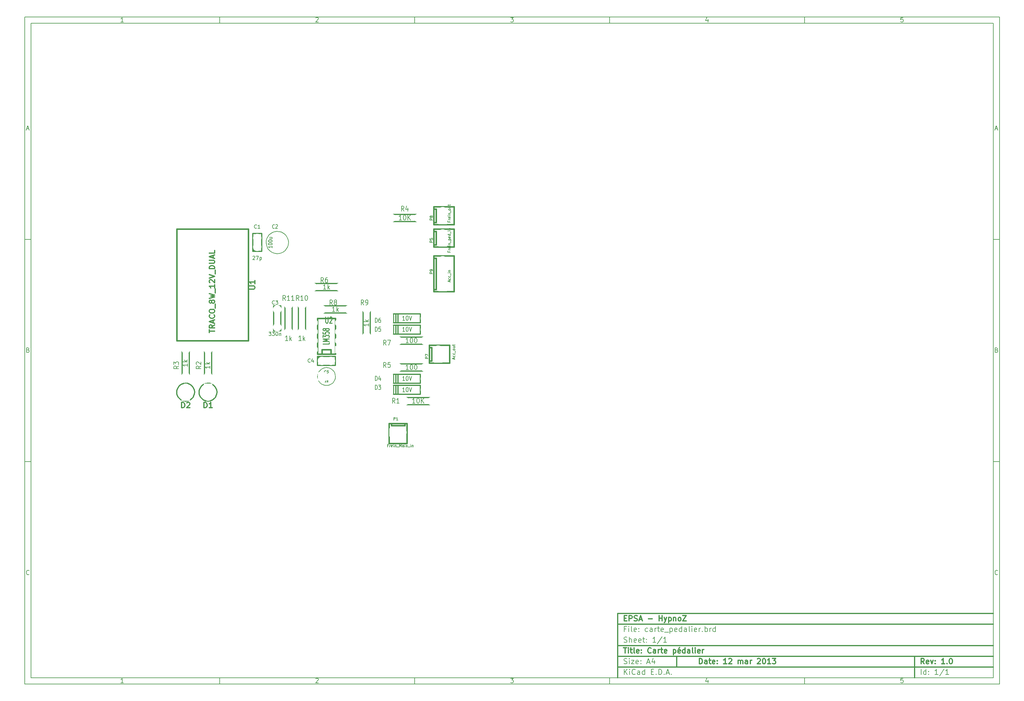
<source format=gto>
G04 (created by PCBNEW-RS274X (2012-01-19 BZR 3256)-stable) date 12/03/2013 15:31:22*
G01*
G70*
G90*
%MOIN*%
G04 Gerber Fmt 3.4, Leading zero omitted, Abs format*
%FSLAX34Y34*%
G04 APERTURE LIST*
%ADD10C,0.006000*%
%ADD11C,0.012000*%
%ADD12C,0.005000*%
%ADD13C,0.015000*%
%ADD14C,0.008000*%
%ADD15C,0.011300*%
%ADD16C,0.010000*%
%ADD17C,0.235000*%
%ADD18R,0.105000X0.105000*%
%ADD19C,0.105000*%
%ADD20C,0.095000*%
%ADD21R,0.095000X0.095000*%
%ADD22C,0.090000*%
%ADD23R,0.110000X0.082000*%
%ADD24O,0.110000X0.082000*%
%ADD25C,0.270000*%
G04 APERTURE END LIST*
G54D10*
X04000Y-04000D02*
X113000Y-04000D01*
X113000Y-78670D01*
X04000Y-78670D01*
X04000Y-04000D01*
X04700Y-04700D02*
X112300Y-04700D01*
X112300Y-77970D01*
X04700Y-77970D01*
X04700Y-04700D01*
X25800Y-04000D02*
X25800Y-04700D01*
X15043Y-04552D02*
X14757Y-04552D01*
X14900Y-04552D02*
X14900Y-04052D01*
X14852Y-04124D01*
X14805Y-04171D01*
X14757Y-04195D01*
X25800Y-78670D02*
X25800Y-77970D01*
X15043Y-78522D02*
X14757Y-78522D01*
X14900Y-78522D02*
X14900Y-78022D01*
X14852Y-78094D01*
X14805Y-78141D01*
X14757Y-78165D01*
X47600Y-04000D02*
X47600Y-04700D01*
X36557Y-04100D02*
X36581Y-04076D01*
X36629Y-04052D01*
X36748Y-04052D01*
X36795Y-04076D01*
X36819Y-04100D01*
X36843Y-04148D01*
X36843Y-04195D01*
X36819Y-04267D01*
X36533Y-04552D01*
X36843Y-04552D01*
X47600Y-78670D02*
X47600Y-77970D01*
X36557Y-78070D02*
X36581Y-78046D01*
X36629Y-78022D01*
X36748Y-78022D01*
X36795Y-78046D01*
X36819Y-78070D01*
X36843Y-78118D01*
X36843Y-78165D01*
X36819Y-78237D01*
X36533Y-78522D01*
X36843Y-78522D01*
X69400Y-04000D02*
X69400Y-04700D01*
X58333Y-04052D02*
X58643Y-04052D01*
X58476Y-04243D01*
X58548Y-04243D01*
X58595Y-04267D01*
X58619Y-04290D01*
X58643Y-04338D01*
X58643Y-04457D01*
X58619Y-04505D01*
X58595Y-04529D01*
X58548Y-04552D01*
X58405Y-04552D01*
X58357Y-04529D01*
X58333Y-04505D01*
X69400Y-78670D02*
X69400Y-77970D01*
X58333Y-78022D02*
X58643Y-78022D01*
X58476Y-78213D01*
X58548Y-78213D01*
X58595Y-78237D01*
X58619Y-78260D01*
X58643Y-78308D01*
X58643Y-78427D01*
X58619Y-78475D01*
X58595Y-78499D01*
X58548Y-78522D01*
X58405Y-78522D01*
X58357Y-78499D01*
X58333Y-78475D01*
X91200Y-04000D02*
X91200Y-04700D01*
X80395Y-04219D02*
X80395Y-04552D01*
X80276Y-04029D02*
X80157Y-04386D01*
X80467Y-04386D01*
X91200Y-78670D02*
X91200Y-77970D01*
X80395Y-78189D02*
X80395Y-78522D01*
X80276Y-77999D02*
X80157Y-78356D01*
X80467Y-78356D01*
X102219Y-04052D02*
X101981Y-04052D01*
X101957Y-04290D01*
X101981Y-04267D01*
X102029Y-04243D01*
X102148Y-04243D01*
X102195Y-04267D01*
X102219Y-04290D01*
X102243Y-04338D01*
X102243Y-04457D01*
X102219Y-04505D01*
X102195Y-04529D01*
X102148Y-04552D01*
X102029Y-04552D01*
X101981Y-04529D01*
X101957Y-04505D01*
X102219Y-78022D02*
X101981Y-78022D01*
X101957Y-78260D01*
X101981Y-78237D01*
X102029Y-78213D01*
X102148Y-78213D01*
X102195Y-78237D01*
X102219Y-78260D01*
X102243Y-78308D01*
X102243Y-78427D01*
X102219Y-78475D01*
X102195Y-78499D01*
X102148Y-78522D01*
X102029Y-78522D01*
X101981Y-78499D01*
X101957Y-78475D01*
X04000Y-28890D02*
X04700Y-28890D01*
X04231Y-16510D02*
X04469Y-16510D01*
X04184Y-16652D02*
X04350Y-16152D01*
X04517Y-16652D01*
X113000Y-28890D02*
X112300Y-28890D01*
X112531Y-16510D02*
X112769Y-16510D01*
X112484Y-16652D02*
X112650Y-16152D01*
X112817Y-16652D01*
X04000Y-53780D02*
X04700Y-53780D01*
X04386Y-41280D02*
X04457Y-41304D01*
X04481Y-41328D01*
X04505Y-41376D01*
X04505Y-41447D01*
X04481Y-41495D01*
X04457Y-41519D01*
X04410Y-41542D01*
X04219Y-41542D01*
X04219Y-41042D01*
X04386Y-41042D01*
X04433Y-41066D01*
X04457Y-41090D01*
X04481Y-41138D01*
X04481Y-41185D01*
X04457Y-41233D01*
X04433Y-41257D01*
X04386Y-41280D01*
X04219Y-41280D01*
X113000Y-53780D02*
X112300Y-53780D01*
X112686Y-41280D02*
X112757Y-41304D01*
X112781Y-41328D01*
X112805Y-41376D01*
X112805Y-41447D01*
X112781Y-41495D01*
X112757Y-41519D01*
X112710Y-41542D01*
X112519Y-41542D01*
X112519Y-41042D01*
X112686Y-41042D01*
X112733Y-41066D01*
X112757Y-41090D01*
X112781Y-41138D01*
X112781Y-41185D01*
X112757Y-41233D01*
X112733Y-41257D01*
X112686Y-41280D01*
X112519Y-41280D01*
X04505Y-66385D02*
X04481Y-66409D01*
X04410Y-66432D01*
X04362Y-66432D01*
X04290Y-66409D01*
X04243Y-66361D01*
X04219Y-66313D01*
X04195Y-66218D01*
X04195Y-66147D01*
X04219Y-66051D01*
X04243Y-66004D01*
X04290Y-65956D01*
X04362Y-65932D01*
X04410Y-65932D01*
X04481Y-65956D01*
X04505Y-65980D01*
X112805Y-66385D02*
X112781Y-66409D01*
X112710Y-66432D01*
X112662Y-66432D01*
X112590Y-66409D01*
X112543Y-66361D01*
X112519Y-66313D01*
X112495Y-66218D01*
X112495Y-66147D01*
X112519Y-66051D01*
X112543Y-66004D01*
X112590Y-65956D01*
X112662Y-65932D01*
X112710Y-65932D01*
X112781Y-65956D01*
X112805Y-65980D01*
G54D11*
X79443Y-76413D02*
X79443Y-75813D01*
X79586Y-75813D01*
X79671Y-75841D01*
X79729Y-75899D01*
X79757Y-75956D01*
X79786Y-76070D01*
X79786Y-76156D01*
X79757Y-76270D01*
X79729Y-76327D01*
X79671Y-76384D01*
X79586Y-76413D01*
X79443Y-76413D01*
X80300Y-76413D02*
X80300Y-76099D01*
X80271Y-76041D01*
X80214Y-76013D01*
X80100Y-76013D01*
X80043Y-76041D01*
X80300Y-76384D02*
X80243Y-76413D01*
X80100Y-76413D01*
X80043Y-76384D01*
X80014Y-76327D01*
X80014Y-76270D01*
X80043Y-76213D01*
X80100Y-76184D01*
X80243Y-76184D01*
X80300Y-76156D01*
X80500Y-76013D02*
X80729Y-76013D01*
X80586Y-75813D02*
X80586Y-76327D01*
X80614Y-76384D01*
X80672Y-76413D01*
X80729Y-76413D01*
X81157Y-76384D02*
X81100Y-76413D01*
X80986Y-76413D01*
X80929Y-76384D01*
X80900Y-76327D01*
X80900Y-76099D01*
X80929Y-76041D01*
X80986Y-76013D01*
X81100Y-76013D01*
X81157Y-76041D01*
X81186Y-76099D01*
X81186Y-76156D01*
X80900Y-76213D01*
X81443Y-76356D02*
X81471Y-76384D01*
X81443Y-76413D01*
X81414Y-76384D01*
X81443Y-76356D01*
X81443Y-76413D01*
X81443Y-76041D02*
X81471Y-76070D01*
X81443Y-76099D01*
X81414Y-76070D01*
X81443Y-76041D01*
X81443Y-76099D01*
X82500Y-76413D02*
X82157Y-76413D01*
X82329Y-76413D02*
X82329Y-75813D01*
X82272Y-75899D01*
X82214Y-75956D01*
X82157Y-75984D01*
X82728Y-75870D02*
X82757Y-75841D01*
X82814Y-75813D01*
X82957Y-75813D01*
X83014Y-75841D01*
X83043Y-75870D01*
X83071Y-75927D01*
X83071Y-75984D01*
X83043Y-76070D01*
X82700Y-76413D01*
X83071Y-76413D01*
X83785Y-76413D02*
X83785Y-76013D01*
X83785Y-76070D02*
X83813Y-76041D01*
X83871Y-76013D01*
X83956Y-76013D01*
X84013Y-76041D01*
X84042Y-76099D01*
X84042Y-76413D01*
X84042Y-76099D02*
X84071Y-76041D01*
X84128Y-76013D01*
X84213Y-76013D01*
X84271Y-76041D01*
X84299Y-76099D01*
X84299Y-76413D01*
X84842Y-76413D02*
X84842Y-76099D01*
X84813Y-76041D01*
X84756Y-76013D01*
X84642Y-76013D01*
X84585Y-76041D01*
X84842Y-76384D02*
X84785Y-76413D01*
X84642Y-76413D01*
X84585Y-76384D01*
X84556Y-76327D01*
X84556Y-76270D01*
X84585Y-76213D01*
X84642Y-76184D01*
X84785Y-76184D01*
X84842Y-76156D01*
X85128Y-76413D02*
X85128Y-76013D01*
X85128Y-76127D02*
X85156Y-76070D01*
X85185Y-76041D01*
X85242Y-76013D01*
X85299Y-76013D01*
X85927Y-75870D02*
X85956Y-75841D01*
X86013Y-75813D01*
X86156Y-75813D01*
X86213Y-75841D01*
X86242Y-75870D01*
X86270Y-75927D01*
X86270Y-75984D01*
X86242Y-76070D01*
X85899Y-76413D01*
X86270Y-76413D01*
X86641Y-75813D02*
X86698Y-75813D01*
X86755Y-75841D01*
X86784Y-75870D01*
X86813Y-75927D01*
X86841Y-76041D01*
X86841Y-76184D01*
X86813Y-76299D01*
X86784Y-76356D01*
X86755Y-76384D01*
X86698Y-76413D01*
X86641Y-76413D01*
X86584Y-76384D01*
X86555Y-76356D01*
X86527Y-76299D01*
X86498Y-76184D01*
X86498Y-76041D01*
X86527Y-75927D01*
X86555Y-75870D01*
X86584Y-75841D01*
X86641Y-75813D01*
X87412Y-76413D02*
X87069Y-76413D01*
X87241Y-76413D02*
X87241Y-75813D01*
X87184Y-75899D01*
X87126Y-75956D01*
X87069Y-75984D01*
X87612Y-75813D02*
X87983Y-75813D01*
X87783Y-76041D01*
X87869Y-76041D01*
X87926Y-76070D01*
X87955Y-76099D01*
X87983Y-76156D01*
X87983Y-76299D01*
X87955Y-76356D01*
X87926Y-76384D01*
X87869Y-76413D01*
X87697Y-76413D01*
X87640Y-76384D01*
X87612Y-76356D01*
G54D10*
X71043Y-77613D02*
X71043Y-77013D01*
X71386Y-77613D02*
X71129Y-77270D01*
X71386Y-77013D02*
X71043Y-77356D01*
X71643Y-77613D02*
X71643Y-77213D01*
X71643Y-77013D02*
X71614Y-77041D01*
X71643Y-77070D01*
X71671Y-77041D01*
X71643Y-77013D01*
X71643Y-77070D01*
X72272Y-77556D02*
X72243Y-77584D01*
X72157Y-77613D01*
X72100Y-77613D01*
X72015Y-77584D01*
X71957Y-77527D01*
X71929Y-77470D01*
X71900Y-77356D01*
X71900Y-77270D01*
X71929Y-77156D01*
X71957Y-77099D01*
X72015Y-77041D01*
X72100Y-77013D01*
X72157Y-77013D01*
X72243Y-77041D01*
X72272Y-77070D01*
X72786Y-77613D02*
X72786Y-77299D01*
X72757Y-77241D01*
X72700Y-77213D01*
X72586Y-77213D01*
X72529Y-77241D01*
X72786Y-77584D02*
X72729Y-77613D01*
X72586Y-77613D01*
X72529Y-77584D01*
X72500Y-77527D01*
X72500Y-77470D01*
X72529Y-77413D01*
X72586Y-77384D01*
X72729Y-77384D01*
X72786Y-77356D01*
X73329Y-77613D02*
X73329Y-77013D01*
X73329Y-77584D02*
X73272Y-77613D01*
X73158Y-77613D01*
X73100Y-77584D01*
X73072Y-77556D01*
X73043Y-77499D01*
X73043Y-77327D01*
X73072Y-77270D01*
X73100Y-77241D01*
X73158Y-77213D01*
X73272Y-77213D01*
X73329Y-77241D01*
X74072Y-77299D02*
X74272Y-77299D01*
X74358Y-77613D02*
X74072Y-77613D01*
X74072Y-77013D01*
X74358Y-77013D01*
X74615Y-77556D02*
X74643Y-77584D01*
X74615Y-77613D01*
X74586Y-77584D01*
X74615Y-77556D01*
X74615Y-77613D01*
X74901Y-77613D02*
X74901Y-77013D01*
X75044Y-77013D01*
X75129Y-77041D01*
X75187Y-77099D01*
X75215Y-77156D01*
X75244Y-77270D01*
X75244Y-77356D01*
X75215Y-77470D01*
X75187Y-77527D01*
X75129Y-77584D01*
X75044Y-77613D01*
X74901Y-77613D01*
X75501Y-77556D02*
X75529Y-77584D01*
X75501Y-77613D01*
X75472Y-77584D01*
X75501Y-77556D01*
X75501Y-77613D01*
X75758Y-77441D02*
X76044Y-77441D01*
X75701Y-77613D02*
X75901Y-77013D01*
X76101Y-77613D01*
X76301Y-77556D02*
X76329Y-77584D01*
X76301Y-77613D01*
X76272Y-77584D01*
X76301Y-77556D01*
X76301Y-77613D01*
G54D11*
X104586Y-76413D02*
X104386Y-76127D01*
X104243Y-76413D02*
X104243Y-75813D01*
X104471Y-75813D01*
X104529Y-75841D01*
X104557Y-75870D01*
X104586Y-75927D01*
X104586Y-76013D01*
X104557Y-76070D01*
X104529Y-76099D01*
X104471Y-76127D01*
X104243Y-76127D01*
X105071Y-76384D02*
X105014Y-76413D01*
X104900Y-76413D01*
X104843Y-76384D01*
X104814Y-76327D01*
X104814Y-76099D01*
X104843Y-76041D01*
X104900Y-76013D01*
X105014Y-76013D01*
X105071Y-76041D01*
X105100Y-76099D01*
X105100Y-76156D01*
X104814Y-76213D01*
X105300Y-76013D02*
X105443Y-76413D01*
X105585Y-76013D01*
X105814Y-76356D02*
X105842Y-76384D01*
X105814Y-76413D01*
X105785Y-76384D01*
X105814Y-76356D01*
X105814Y-76413D01*
X105814Y-76041D02*
X105842Y-76070D01*
X105814Y-76099D01*
X105785Y-76070D01*
X105814Y-76041D01*
X105814Y-76099D01*
X106871Y-76413D02*
X106528Y-76413D01*
X106700Y-76413D02*
X106700Y-75813D01*
X106643Y-75899D01*
X106585Y-75956D01*
X106528Y-75984D01*
X107128Y-76356D02*
X107156Y-76384D01*
X107128Y-76413D01*
X107099Y-76384D01*
X107128Y-76356D01*
X107128Y-76413D01*
X107528Y-75813D02*
X107585Y-75813D01*
X107642Y-75841D01*
X107671Y-75870D01*
X107700Y-75927D01*
X107728Y-76041D01*
X107728Y-76184D01*
X107700Y-76299D01*
X107671Y-76356D01*
X107642Y-76384D01*
X107585Y-76413D01*
X107528Y-76413D01*
X107471Y-76384D01*
X107442Y-76356D01*
X107414Y-76299D01*
X107385Y-76184D01*
X107385Y-76041D01*
X107414Y-75927D01*
X107442Y-75870D01*
X107471Y-75841D01*
X107528Y-75813D01*
G54D10*
X71014Y-76384D02*
X71100Y-76413D01*
X71243Y-76413D01*
X71300Y-76384D01*
X71329Y-76356D01*
X71357Y-76299D01*
X71357Y-76241D01*
X71329Y-76184D01*
X71300Y-76156D01*
X71243Y-76127D01*
X71129Y-76099D01*
X71071Y-76070D01*
X71043Y-76041D01*
X71014Y-75984D01*
X71014Y-75927D01*
X71043Y-75870D01*
X71071Y-75841D01*
X71129Y-75813D01*
X71271Y-75813D01*
X71357Y-75841D01*
X71614Y-76413D02*
X71614Y-76013D01*
X71614Y-75813D02*
X71585Y-75841D01*
X71614Y-75870D01*
X71642Y-75841D01*
X71614Y-75813D01*
X71614Y-75870D01*
X71843Y-76013D02*
X72157Y-76013D01*
X71843Y-76413D01*
X72157Y-76413D01*
X72614Y-76384D02*
X72557Y-76413D01*
X72443Y-76413D01*
X72386Y-76384D01*
X72357Y-76327D01*
X72357Y-76099D01*
X72386Y-76041D01*
X72443Y-76013D01*
X72557Y-76013D01*
X72614Y-76041D01*
X72643Y-76099D01*
X72643Y-76156D01*
X72357Y-76213D01*
X72900Y-76356D02*
X72928Y-76384D01*
X72900Y-76413D01*
X72871Y-76384D01*
X72900Y-76356D01*
X72900Y-76413D01*
X72900Y-76041D02*
X72928Y-76070D01*
X72900Y-76099D01*
X72871Y-76070D01*
X72900Y-76041D01*
X72900Y-76099D01*
X73614Y-76241D02*
X73900Y-76241D01*
X73557Y-76413D02*
X73757Y-75813D01*
X73957Y-76413D01*
X74414Y-76013D02*
X74414Y-76413D01*
X74271Y-75784D02*
X74128Y-76213D01*
X74500Y-76213D01*
X104243Y-77613D02*
X104243Y-77013D01*
X104786Y-77613D02*
X104786Y-77013D01*
X104786Y-77584D02*
X104729Y-77613D01*
X104615Y-77613D01*
X104557Y-77584D01*
X104529Y-77556D01*
X104500Y-77499D01*
X104500Y-77327D01*
X104529Y-77270D01*
X104557Y-77241D01*
X104615Y-77213D01*
X104729Y-77213D01*
X104786Y-77241D01*
X105072Y-77556D02*
X105100Y-77584D01*
X105072Y-77613D01*
X105043Y-77584D01*
X105072Y-77556D01*
X105072Y-77613D01*
X105072Y-77241D02*
X105100Y-77270D01*
X105072Y-77299D01*
X105043Y-77270D01*
X105072Y-77241D01*
X105072Y-77299D01*
X106129Y-77613D02*
X105786Y-77613D01*
X105958Y-77613D02*
X105958Y-77013D01*
X105901Y-77099D01*
X105843Y-77156D01*
X105786Y-77184D01*
X106814Y-76984D02*
X106300Y-77756D01*
X107329Y-77613D02*
X106986Y-77613D01*
X107158Y-77613D02*
X107158Y-77013D01*
X107101Y-77099D01*
X107043Y-77156D01*
X106986Y-77184D01*
G54D11*
X70957Y-74613D02*
X71300Y-74613D01*
X71129Y-75213D02*
X71129Y-74613D01*
X71500Y-75213D02*
X71500Y-74813D01*
X71500Y-74613D02*
X71471Y-74641D01*
X71500Y-74670D01*
X71528Y-74641D01*
X71500Y-74613D01*
X71500Y-74670D01*
X71700Y-74813D02*
X71929Y-74813D01*
X71786Y-74613D02*
X71786Y-75127D01*
X71814Y-75184D01*
X71872Y-75213D01*
X71929Y-75213D01*
X72215Y-75213D02*
X72157Y-75184D01*
X72129Y-75127D01*
X72129Y-74613D01*
X72671Y-75184D02*
X72614Y-75213D01*
X72500Y-75213D01*
X72443Y-75184D01*
X72414Y-75127D01*
X72414Y-74899D01*
X72443Y-74841D01*
X72500Y-74813D01*
X72614Y-74813D01*
X72671Y-74841D01*
X72700Y-74899D01*
X72700Y-74956D01*
X72414Y-75013D01*
X72957Y-75156D02*
X72985Y-75184D01*
X72957Y-75213D01*
X72928Y-75184D01*
X72957Y-75156D01*
X72957Y-75213D01*
X72957Y-74841D02*
X72985Y-74870D01*
X72957Y-74899D01*
X72928Y-74870D01*
X72957Y-74841D01*
X72957Y-74899D01*
X74043Y-75156D02*
X74014Y-75184D01*
X73928Y-75213D01*
X73871Y-75213D01*
X73786Y-75184D01*
X73728Y-75127D01*
X73700Y-75070D01*
X73671Y-74956D01*
X73671Y-74870D01*
X73700Y-74756D01*
X73728Y-74699D01*
X73786Y-74641D01*
X73871Y-74613D01*
X73928Y-74613D01*
X74014Y-74641D01*
X74043Y-74670D01*
X74557Y-75213D02*
X74557Y-74899D01*
X74528Y-74841D01*
X74471Y-74813D01*
X74357Y-74813D01*
X74300Y-74841D01*
X74557Y-75184D02*
X74500Y-75213D01*
X74357Y-75213D01*
X74300Y-75184D01*
X74271Y-75127D01*
X74271Y-75070D01*
X74300Y-75013D01*
X74357Y-74984D01*
X74500Y-74984D01*
X74557Y-74956D01*
X74843Y-75213D02*
X74843Y-74813D01*
X74843Y-74927D02*
X74871Y-74870D01*
X74900Y-74841D01*
X74957Y-74813D01*
X75014Y-74813D01*
X75128Y-74813D02*
X75357Y-74813D01*
X75214Y-74613D02*
X75214Y-75127D01*
X75242Y-75184D01*
X75300Y-75213D01*
X75357Y-75213D01*
X75785Y-75184D02*
X75728Y-75213D01*
X75614Y-75213D01*
X75557Y-75184D01*
X75528Y-75127D01*
X75528Y-74899D01*
X75557Y-74841D01*
X75614Y-74813D01*
X75728Y-74813D01*
X75785Y-74841D01*
X75814Y-74899D01*
X75814Y-74956D01*
X75528Y-75013D01*
X76528Y-74813D02*
X76528Y-75413D01*
X76528Y-74841D02*
X76585Y-74813D01*
X76699Y-74813D01*
X76756Y-74841D01*
X76785Y-74870D01*
X76814Y-74927D01*
X76814Y-75099D01*
X76785Y-75156D01*
X76756Y-75184D01*
X76699Y-75213D01*
X76585Y-75213D01*
X76528Y-75184D01*
X77299Y-75184D02*
X77242Y-75213D01*
X77128Y-75213D01*
X77071Y-75184D01*
X77042Y-75127D01*
X77042Y-74899D01*
X77071Y-74841D01*
X77128Y-74813D01*
X77242Y-74813D01*
X77299Y-74841D01*
X77328Y-74899D01*
X77328Y-74956D01*
X77042Y-75013D01*
X77242Y-74584D02*
X77157Y-74670D01*
X77842Y-75213D02*
X77842Y-74613D01*
X77842Y-75184D02*
X77785Y-75213D01*
X77671Y-75213D01*
X77613Y-75184D01*
X77585Y-75156D01*
X77556Y-75099D01*
X77556Y-74927D01*
X77585Y-74870D01*
X77613Y-74841D01*
X77671Y-74813D01*
X77785Y-74813D01*
X77842Y-74841D01*
X78385Y-75213D02*
X78385Y-74899D01*
X78356Y-74841D01*
X78299Y-74813D01*
X78185Y-74813D01*
X78128Y-74841D01*
X78385Y-75184D02*
X78328Y-75213D01*
X78185Y-75213D01*
X78128Y-75184D01*
X78099Y-75127D01*
X78099Y-75070D01*
X78128Y-75013D01*
X78185Y-74984D01*
X78328Y-74984D01*
X78385Y-74956D01*
X78757Y-75213D02*
X78699Y-75184D01*
X78671Y-75127D01*
X78671Y-74613D01*
X78985Y-75213D02*
X78985Y-74813D01*
X78985Y-74613D02*
X78956Y-74641D01*
X78985Y-74670D01*
X79013Y-74641D01*
X78985Y-74613D01*
X78985Y-74670D01*
X79499Y-75184D02*
X79442Y-75213D01*
X79328Y-75213D01*
X79271Y-75184D01*
X79242Y-75127D01*
X79242Y-74899D01*
X79271Y-74841D01*
X79328Y-74813D01*
X79442Y-74813D01*
X79499Y-74841D01*
X79528Y-74899D01*
X79528Y-74956D01*
X79242Y-75013D01*
X79785Y-75213D02*
X79785Y-74813D01*
X79785Y-74927D02*
X79813Y-74870D01*
X79842Y-74841D01*
X79899Y-74813D01*
X79956Y-74813D01*
G54D10*
X71243Y-72499D02*
X71043Y-72499D01*
X71043Y-72813D02*
X71043Y-72213D01*
X71329Y-72213D01*
X71557Y-72813D02*
X71557Y-72413D01*
X71557Y-72213D02*
X71528Y-72241D01*
X71557Y-72270D01*
X71585Y-72241D01*
X71557Y-72213D01*
X71557Y-72270D01*
X71929Y-72813D02*
X71871Y-72784D01*
X71843Y-72727D01*
X71843Y-72213D01*
X72385Y-72784D02*
X72328Y-72813D01*
X72214Y-72813D01*
X72157Y-72784D01*
X72128Y-72727D01*
X72128Y-72499D01*
X72157Y-72441D01*
X72214Y-72413D01*
X72328Y-72413D01*
X72385Y-72441D01*
X72414Y-72499D01*
X72414Y-72556D01*
X72128Y-72613D01*
X72671Y-72756D02*
X72699Y-72784D01*
X72671Y-72813D01*
X72642Y-72784D01*
X72671Y-72756D01*
X72671Y-72813D01*
X72671Y-72441D02*
X72699Y-72470D01*
X72671Y-72499D01*
X72642Y-72470D01*
X72671Y-72441D01*
X72671Y-72499D01*
X73671Y-72784D02*
X73614Y-72813D01*
X73500Y-72813D01*
X73442Y-72784D01*
X73414Y-72756D01*
X73385Y-72699D01*
X73385Y-72527D01*
X73414Y-72470D01*
X73442Y-72441D01*
X73500Y-72413D01*
X73614Y-72413D01*
X73671Y-72441D01*
X74185Y-72813D02*
X74185Y-72499D01*
X74156Y-72441D01*
X74099Y-72413D01*
X73985Y-72413D01*
X73928Y-72441D01*
X74185Y-72784D02*
X74128Y-72813D01*
X73985Y-72813D01*
X73928Y-72784D01*
X73899Y-72727D01*
X73899Y-72670D01*
X73928Y-72613D01*
X73985Y-72584D01*
X74128Y-72584D01*
X74185Y-72556D01*
X74471Y-72813D02*
X74471Y-72413D01*
X74471Y-72527D02*
X74499Y-72470D01*
X74528Y-72441D01*
X74585Y-72413D01*
X74642Y-72413D01*
X74756Y-72413D02*
X74985Y-72413D01*
X74842Y-72213D02*
X74842Y-72727D01*
X74870Y-72784D01*
X74928Y-72813D01*
X74985Y-72813D01*
X75413Y-72784D02*
X75356Y-72813D01*
X75242Y-72813D01*
X75185Y-72784D01*
X75156Y-72727D01*
X75156Y-72499D01*
X75185Y-72441D01*
X75242Y-72413D01*
X75356Y-72413D01*
X75413Y-72441D01*
X75442Y-72499D01*
X75442Y-72556D01*
X75156Y-72613D01*
X75556Y-72870D02*
X76013Y-72870D01*
X76156Y-72413D02*
X76156Y-73013D01*
X76156Y-72441D02*
X76213Y-72413D01*
X76327Y-72413D01*
X76384Y-72441D01*
X76413Y-72470D01*
X76442Y-72527D01*
X76442Y-72699D01*
X76413Y-72756D01*
X76384Y-72784D01*
X76327Y-72813D01*
X76213Y-72813D01*
X76156Y-72784D01*
X76927Y-72784D02*
X76870Y-72813D01*
X76756Y-72813D01*
X76699Y-72784D01*
X76670Y-72727D01*
X76670Y-72499D01*
X76699Y-72441D01*
X76756Y-72413D01*
X76870Y-72413D01*
X76927Y-72441D01*
X76956Y-72499D01*
X76956Y-72556D01*
X76670Y-72613D01*
X77470Y-72813D02*
X77470Y-72213D01*
X77470Y-72784D02*
X77413Y-72813D01*
X77299Y-72813D01*
X77241Y-72784D01*
X77213Y-72756D01*
X77184Y-72699D01*
X77184Y-72527D01*
X77213Y-72470D01*
X77241Y-72441D01*
X77299Y-72413D01*
X77413Y-72413D01*
X77470Y-72441D01*
X78013Y-72813D02*
X78013Y-72499D01*
X77984Y-72441D01*
X77927Y-72413D01*
X77813Y-72413D01*
X77756Y-72441D01*
X78013Y-72784D02*
X77956Y-72813D01*
X77813Y-72813D01*
X77756Y-72784D01*
X77727Y-72727D01*
X77727Y-72670D01*
X77756Y-72613D01*
X77813Y-72584D01*
X77956Y-72584D01*
X78013Y-72556D01*
X78385Y-72813D02*
X78327Y-72784D01*
X78299Y-72727D01*
X78299Y-72213D01*
X78613Y-72813D02*
X78613Y-72413D01*
X78613Y-72213D02*
X78584Y-72241D01*
X78613Y-72270D01*
X78641Y-72241D01*
X78613Y-72213D01*
X78613Y-72270D01*
X79127Y-72784D02*
X79070Y-72813D01*
X78956Y-72813D01*
X78899Y-72784D01*
X78870Y-72727D01*
X78870Y-72499D01*
X78899Y-72441D01*
X78956Y-72413D01*
X79070Y-72413D01*
X79127Y-72441D01*
X79156Y-72499D01*
X79156Y-72556D01*
X78870Y-72613D01*
X79413Y-72813D02*
X79413Y-72413D01*
X79413Y-72527D02*
X79441Y-72470D01*
X79470Y-72441D01*
X79527Y-72413D01*
X79584Y-72413D01*
X79784Y-72756D02*
X79812Y-72784D01*
X79784Y-72813D01*
X79755Y-72784D01*
X79784Y-72756D01*
X79784Y-72813D01*
X80070Y-72813D02*
X80070Y-72213D01*
X80070Y-72441D02*
X80127Y-72413D01*
X80241Y-72413D01*
X80298Y-72441D01*
X80327Y-72470D01*
X80356Y-72527D01*
X80356Y-72699D01*
X80327Y-72756D01*
X80298Y-72784D01*
X80241Y-72813D01*
X80127Y-72813D01*
X80070Y-72784D01*
X80613Y-72813D02*
X80613Y-72413D01*
X80613Y-72527D02*
X80641Y-72470D01*
X80670Y-72441D01*
X80727Y-72413D01*
X80784Y-72413D01*
X81241Y-72813D02*
X81241Y-72213D01*
X81241Y-72784D02*
X81184Y-72813D01*
X81070Y-72813D01*
X81012Y-72784D01*
X80984Y-72756D01*
X80955Y-72699D01*
X80955Y-72527D01*
X80984Y-72470D01*
X81012Y-72441D01*
X81070Y-72413D01*
X81184Y-72413D01*
X81241Y-72441D01*
X71014Y-73984D02*
X71100Y-74013D01*
X71243Y-74013D01*
X71300Y-73984D01*
X71329Y-73956D01*
X71357Y-73899D01*
X71357Y-73841D01*
X71329Y-73784D01*
X71300Y-73756D01*
X71243Y-73727D01*
X71129Y-73699D01*
X71071Y-73670D01*
X71043Y-73641D01*
X71014Y-73584D01*
X71014Y-73527D01*
X71043Y-73470D01*
X71071Y-73441D01*
X71129Y-73413D01*
X71271Y-73413D01*
X71357Y-73441D01*
X71614Y-74013D02*
X71614Y-73413D01*
X71871Y-74013D02*
X71871Y-73699D01*
X71842Y-73641D01*
X71785Y-73613D01*
X71700Y-73613D01*
X71642Y-73641D01*
X71614Y-73670D01*
X72385Y-73984D02*
X72328Y-74013D01*
X72214Y-74013D01*
X72157Y-73984D01*
X72128Y-73927D01*
X72128Y-73699D01*
X72157Y-73641D01*
X72214Y-73613D01*
X72328Y-73613D01*
X72385Y-73641D01*
X72414Y-73699D01*
X72414Y-73756D01*
X72128Y-73813D01*
X72899Y-73984D02*
X72842Y-74013D01*
X72728Y-74013D01*
X72671Y-73984D01*
X72642Y-73927D01*
X72642Y-73699D01*
X72671Y-73641D01*
X72728Y-73613D01*
X72842Y-73613D01*
X72899Y-73641D01*
X72928Y-73699D01*
X72928Y-73756D01*
X72642Y-73813D01*
X73099Y-73613D02*
X73328Y-73613D01*
X73185Y-73413D02*
X73185Y-73927D01*
X73213Y-73984D01*
X73271Y-74013D01*
X73328Y-74013D01*
X73528Y-73956D02*
X73556Y-73984D01*
X73528Y-74013D01*
X73499Y-73984D01*
X73528Y-73956D01*
X73528Y-74013D01*
X73528Y-73641D02*
X73556Y-73670D01*
X73528Y-73699D01*
X73499Y-73670D01*
X73528Y-73641D01*
X73528Y-73699D01*
X74585Y-74013D02*
X74242Y-74013D01*
X74414Y-74013D02*
X74414Y-73413D01*
X74357Y-73499D01*
X74299Y-73556D01*
X74242Y-73584D01*
X75270Y-73384D02*
X74756Y-74156D01*
X75785Y-74013D02*
X75442Y-74013D01*
X75614Y-74013D02*
X75614Y-73413D01*
X75557Y-73499D01*
X75499Y-73556D01*
X75442Y-73584D01*
G54D11*
X71043Y-71299D02*
X71243Y-71299D01*
X71329Y-71613D02*
X71043Y-71613D01*
X71043Y-71013D01*
X71329Y-71013D01*
X71586Y-71613D02*
X71586Y-71013D01*
X71814Y-71013D01*
X71872Y-71041D01*
X71900Y-71070D01*
X71929Y-71127D01*
X71929Y-71213D01*
X71900Y-71270D01*
X71872Y-71299D01*
X71814Y-71327D01*
X71586Y-71327D01*
X72157Y-71584D02*
X72243Y-71613D01*
X72386Y-71613D01*
X72443Y-71584D01*
X72472Y-71556D01*
X72500Y-71499D01*
X72500Y-71441D01*
X72472Y-71384D01*
X72443Y-71356D01*
X72386Y-71327D01*
X72272Y-71299D01*
X72214Y-71270D01*
X72186Y-71241D01*
X72157Y-71184D01*
X72157Y-71127D01*
X72186Y-71070D01*
X72214Y-71041D01*
X72272Y-71013D01*
X72414Y-71013D01*
X72500Y-71041D01*
X72728Y-71441D02*
X73014Y-71441D01*
X72671Y-71613D02*
X72871Y-71013D01*
X73071Y-71613D01*
X73728Y-71384D02*
X74185Y-71384D01*
X74928Y-71613D02*
X74928Y-71013D01*
X74928Y-71299D02*
X75271Y-71299D01*
X75271Y-71613D02*
X75271Y-71013D01*
X75500Y-71213D02*
X75643Y-71613D01*
X75785Y-71213D02*
X75643Y-71613D01*
X75585Y-71756D01*
X75557Y-71784D01*
X75500Y-71813D01*
X76014Y-71213D02*
X76014Y-71813D01*
X76014Y-71241D02*
X76071Y-71213D01*
X76185Y-71213D01*
X76242Y-71241D01*
X76271Y-71270D01*
X76300Y-71327D01*
X76300Y-71499D01*
X76271Y-71556D01*
X76242Y-71584D01*
X76185Y-71613D01*
X76071Y-71613D01*
X76014Y-71584D01*
X76557Y-71213D02*
X76557Y-71613D01*
X76557Y-71270D02*
X76585Y-71241D01*
X76643Y-71213D01*
X76728Y-71213D01*
X76785Y-71241D01*
X76814Y-71299D01*
X76814Y-71613D01*
X77186Y-71613D02*
X77128Y-71584D01*
X77100Y-71556D01*
X77071Y-71499D01*
X77071Y-71327D01*
X77100Y-71270D01*
X77128Y-71241D01*
X77186Y-71213D01*
X77271Y-71213D01*
X77328Y-71241D01*
X77357Y-71270D01*
X77386Y-71327D01*
X77386Y-71499D01*
X77357Y-71556D01*
X77328Y-71584D01*
X77271Y-71613D01*
X77186Y-71613D01*
X77586Y-71013D02*
X77986Y-71013D01*
X77586Y-71613D01*
X77986Y-71613D01*
X70300Y-70770D02*
X70300Y-77970D01*
X70300Y-71970D02*
X112300Y-71970D01*
X70300Y-70770D02*
X112300Y-70770D01*
X70300Y-74370D02*
X112300Y-74370D01*
X103500Y-75570D02*
X103500Y-77970D01*
X70300Y-76770D02*
X112300Y-76770D01*
X70300Y-75570D02*
X112300Y-75570D01*
X76900Y-75570D02*
X76900Y-76770D01*
X36770Y-42000D02*
X38750Y-42000D01*
X38750Y-42000D02*
X38750Y-43000D01*
X38750Y-43000D02*
X36750Y-43000D01*
X36750Y-43000D02*
X36750Y-42000D01*
X36750Y-42250D02*
X37000Y-42000D01*
X29500Y-30230D02*
X29500Y-28250D01*
X29500Y-28250D02*
X30500Y-28250D01*
X30500Y-28250D02*
X30500Y-30250D01*
X30500Y-30250D02*
X29500Y-30250D01*
X29750Y-30250D02*
X29500Y-30000D01*
G54D12*
X38751Y-44250D02*
X38731Y-44444D01*
X38675Y-44631D01*
X38583Y-44803D01*
X38460Y-44955D01*
X38309Y-45079D01*
X38137Y-45172D01*
X37951Y-45230D01*
X37756Y-45250D01*
X37563Y-45233D01*
X37376Y-45178D01*
X37202Y-45087D01*
X37050Y-44965D01*
X36925Y-44815D01*
X36830Y-44644D01*
X36771Y-44458D01*
X36750Y-44263D01*
X36766Y-44070D01*
X36820Y-43882D01*
X36909Y-43708D01*
X37030Y-43555D01*
X37179Y-43429D01*
X37350Y-43333D01*
X37536Y-43273D01*
X37730Y-43250D01*
X37923Y-43265D01*
X38111Y-43317D01*
X38286Y-43405D01*
X38440Y-43526D01*
X38567Y-43673D01*
X38664Y-43843D01*
X38726Y-44029D01*
X38750Y-44223D01*
X38751Y-44250D01*
X33500Y-29250D02*
X33476Y-29492D01*
X33405Y-29726D01*
X33291Y-29941D01*
X33136Y-30130D01*
X32948Y-30286D01*
X32734Y-30402D01*
X32501Y-30474D01*
X32258Y-30499D01*
X32016Y-30477D01*
X31782Y-30408D01*
X31566Y-30295D01*
X31376Y-30143D01*
X31219Y-29956D01*
X31102Y-29742D01*
X31028Y-29509D01*
X31001Y-29267D01*
X31021Y-29025D01*
X31088Y-28790D01*
X31200Y-28573D01*
X31351Y-28382D01*
X31537Y-28224D01*
X31750Y-28105D01*
X31982Y-28030D01*
X32224Y-28001D01*
X32467Y-28019D01*
X32702Y-28085D01*
X32919Y-28195D01*
X33112Y-28345D01*
X33271Y-28530D01*
X33391Y-28742D01*
X33468Y-28974D01*
X33499Y-29216D01*
X33500Y-29250D01*
G54D11*
X31850Y-39150D02*
X31850Y-36350D01*
X31850Y-36350D02*
X32650Y-36350D01*
X32650Y-36350D02*
X32650Y-39150D01*
X32650Y-39150D02*
X31850Y-39150D01*
X32050Y-39150D02*
X31850Y-38950D01*
X48250Y-38250D02*
X45250Y-38250D01*
X45250Y-38250D02*
X45250Y-37250D01*
X45250Y-37250D02*
X48250Y-37250D01*
X48250Y-37250D02*
X48250Y-38250D01*
X45500Y-38250D02*
X45500Y-37250D01*
X45750Y-37250D02*
X45750Y-38250D01*
X48250Y-37750D02*
X48750Y-37750D01*
X45250Y-37750D02*
X44750Y-37750D01*
X48250Y-46250D02*
X45250Y-46250D01*
X45250Y-46250D02*
X45250Y-45250D01*
X45250Y-45250D02*
X48250Y-45250D01*
X48250Y-45250D02*
X48250Y-46250D01*
X45500Y-46250D02*
X45500Y-45250D01*
X45750Y-45250D02*
X45750Y-46250D01*
X48250Y-45750D02*
X48750Y-45750D01*
X45250Y-45750D02*
X44750Y-45750D01*
X48250Y-39500D02*
X45250Y-39500D01*
X45250Y-39500D02*
X45250Y-38500D01*
X45250Y-38500D02*
X48250Y-38500D01*
X48250Y-38500D02*
X48250Y-39500D01*
X45500Y-39500D02*
X45500Y-38500D01*
X45750Y-38500D02*
X45750Y-39500D01*
X48250Y-39000D02*
X48750Y-39000D01*
X45250Y-39000D02*
X44750Y-39000D01*
X48250Y-45000D02*
X45250Y-45000D01*
X45250Y-45000D02*
X45250Y-44000D01*
X45250Y-44000D02*
X48250Y-44000D01*
X48250Y-44000D02*
X48250Y-45000D01*
X45500Y-45000D02*
X45500Y-44000D01*
X45750Y-44000D02*
X45750Y-45000D01*
X48250Y-44500D02*
X48750Y-44500D01*
X45250Y-44500D02*
X44750Y-44500D01*
G54D13*
X49750Y-29500D02*
X50000Y-29500D01*
X50000Y-29500D02*
X50000Y-28000D01*
X50000Y-28000D02*
X49750Y-28000D01*
X49750Y-29750D02*
X52000Y-29750D01*
X52000Y-29750D02*
X52000Y-27750D01*
X52000Y-27750D02*
X49750Y-27750D01*
X49750Y-27750D02*
X49750Y-29750D01*
G54D10*
X51250Y-29750D02*
X50250Y-29750D01*
X50250Y-27750D02*
X51250Y-27750D01*
G54D13*
X49750Y-27000D02*
X50000Y-27000D01*
X50000Y-27000D02*
X50000Y-25500D01*
X50000Y-25500D02*
X49750Y-25500D01*
X49750Y-27250D02*
X52000Y-27250D01*
X52000Y-27250D02*
X52000Y-25250D01*
X52000Y-25250D02*
X49750Y-25250D01*
X49750Y-25250D02*
X49750Y-27250D01*
G54D10*
X51250Y-27250D02*
X50250Y-27250D01*
X50250Y-25250D02*
X51250Y-25250D01*
G54D13*
X45000Y-49500D02*
X45000Y-49750D01*
X45000Y-49750D02*
X46500Y-49750D01*
X46500Y-49750D02*
X46500Y-49500D01*
X44750Y-49500D02*
X44750Y-51750D01*
X44750Y-51750D02*
X46750Y-51750D01*
X46750Y-51750D02*
X46750Y-49500D01*
X46750Y-49500D02*
X44750Y-49500D01*
G54D10*
X44750Y-51000D02*
X44750Y-50000D01*
X46750Y-50000D02*
X46750Y-51000D01*
G54D13*
X49250Y-42500D02*
X49500Y-42500D01*
X49500Y-42500D02*
X49500Y-41000D01*
X49500Y-41000D02*
X49250Y-41000D01*
X49250Y-42750D02*
X51500Y-42750D01*
X51500Y-42750D02*
X51500Y-40750D01*
X51500Y-40750D02*
X49250Y-40750D01*
X49250Y-40750D02*
X49250Y-42750D01*
G54D10*
X50750Y-42750D02*
X49750Y-42750D01*
X49750Y-40750D02*
X50750Y-40750D01*
G54D13*
X52000Y-30750D02*
X49750Y-30750D01*
X49750Y-34750D02*
X52000Y-34750D01*
X50000Y-31000D02*
X50000Y-33000D01*
X49750Y-30750D02*
X49750Y-32750D01*
X52000Y-32750D02*
X52000Y-30750D01*
X50000Y-31000D02*
X49750Y-31000D01*
X49750Y-34500D02*
X50000Y-34500D01*
X50000Y-34500D02*
X50000Y-33000D01*
X52000Y-34750D02*
X52000Y-32750D01*
X49750Y-32750D02*
X49750Y-34750D01*
G54D11*
X23000Y-46000D02*
X22980Y-46194D01*
X22924Y-46381D01*
X22832Y-46553D01*
X22709Y-46704D01*
X22559Y-46829D01*
X22387Y-46921D01*
X22201Y-46979D01*
X22006Y-46999D01*
X21813Y-46982D01*
X21626Y-46927D01*
X21453Y-46836D01*
X21301Y-46714D01*
X21175Y-46564D01*
X21081Y-46393D01*
X21022Y-46207D01*
X21001Y-46013D01*
X21017Y-45820D01*
X21071Y-45632D01*
X21160Y-45459D01*
X21281Y-45306D01*
X21430Y-45179D01*
X21600Y-45084D01*
X21786Y-45024D01*
X21980Y-45001D01*
X22173Y-45016D01*
X22361Y-45068D01*
X22535Y-45156D01*
X22689Y-45276D01*
X22817Y-45424D01*
X22913Y-45594D01*
X22975Y-45779D01*
X22999Y-45973D01*
X23000Y-46000D01*
X21750Y-45000D02*
X21750Y-45250D01*
X21750Y-45250D02*
X22250Y-45250D01*
X22250Y-45250D02*
X22250Y-45000D01*
X25500Y-46000D02*
X25480Y-46194D01*
X25424Y-46381D01*
X25332Y-46553D01*
X25209Y-46704D01*
X25059Y-46829D01*
X24887Y-46921D01*
X24701Y-46979D01*
X24506Y-46999D01*
X24313Y-46982D01*
X24126Y-46927D01*
X23953Y-46836D01*
X23801Y-46714D01*
X23675Y-46564D01*
X23581Y-46393D01*
X23522Y-46207D01*
X23501Y-46013D01*
X23517Y-45820D01*
X23571Y-45632D01*
X23660Y-45459D01*
X23781Y-45306D01*
X23930Y-45179D01*
X24100Y-45084D01*
X24286Y-45024D01*
X24480Y-45001D01*
X24673Y-45016D01*
X24861Y-45068D01*
X25035Y-45156D01*
X25189Y-45276D01*
X25317Y-45424D01*
X25413Y-45594D01*
X25475Y-45779D01*
X25499Y-45973D01*
X25500Y-46000D01*
X24750Y-47000D02*
X24750Y-46750D01*
X24750Y-46750D02*
X24250Y-46750D01*
X24250Y-46750D02*
X24250Y-47000D01*
X24500Y-41250D02*
X24500Y-41450D01*
X24500Y-44250D02*
X24500Y-44050D01*
X24500Y-44050D02*
X24900Y-44050D01*
X24900Y-44050D02*
X24900Y-41450D01*
X24900Y-41450D02*
X24100Y-41450D01*
X24100Y-41450D02*
X24100Y-44050D01*
X24100Y-44050D02*
X24500Y-44050D01*
X24700Y-41450D02*
X24900Y-41650D01*
X46500Y-47000D02*
X46700Y-47000D01*
X49500Y-47000D02*
X49300Y-47000D01*
X49300Y-47000D02*
X49300Y-46600D01*
X49300Y-46600D02*
X46700Y-46600D01*
X46700Y-46600D02*
X46700Y-47400D01*
X46700Y-47400D02*
X49300Y-47400D01*
X49300Y-47400D02*
X49300Y-47000D01*
X46700Y-46800D02*
X46900Y-46600D01*
X48000Y-26500D02*
X47800Y-26500D01*
X45000Y-26500D02*
X45200Y-26500D01*
X45200Y-26500D02*
X45200Y-26900D01*
X45200Y-26900D02*
X47800Y-26900D01*
X47800Y-26900D02*
X47800Y-26100D01*
X47800Y-26100D02*
X45200Y-26100D01*
X45200Y-26100D02*
X45200Y-26500D01*
X47800Y-26700D02*
X47600Y-26900D01*
X22000Y-41250D02*
X22000Y-41450D01*
X22000Y-44250D02*
X22000Y-44050D01*
X22000Y-44050D02*
X22400Y-44050D01*
X22400Y-44050D02*
X22400Y-41450D01*
X22400Y-41450D02*
X21600Y-41450D01*
X21600Y-41450D02*
X21600Y-44050D01*
X21600Y-44050D02*
X22000Y-44050D01*
X22200Y-41450D02*
X22400Y-41650D01*
X40250Y-36750D02*
X40050Y-36750D01*
X37250Y-36750D02*
X37450Y-36750D01*
X37450Y-36750D02*
X37450Y-37150D01*
X37450Y-37150D02*
X40050Y-37150D01*
X40050Y-37150D02*
X40050Y-36350D01*
X40050Y-36350D02*
X37450Y-36350D01*
X37450Y-36350D02*
X37450Y-36750D01*
X40050Y-36950D02*
X39850Y-37150D01*
X48750Y-43250D02*
X48550Y-43250D01*
X45750Y-43250D02*
X45950Y-43250D01*
X45950Y-43250D02*
X45950Y-43650D01*
X45950Y-43650D02*
X48550Y-43650D01*
X48550Y-43650D02*
X48550Y-42850D01*
X48550Y-42850D02*
X45950Y-42850D01*
X45950Y-42850D02*
X45950Y-43250D01*
X48550Y-43450D02*
X48350Y-43650D01*
X48750Y-40250D02*
X48550Y-40250D01*
X45750Y-40250D02*
X45950Y-40250D01*
X45950Y-40250D02*
X45950Y-40650D01*
X45950Y-40650D02*
X48550Y-40650D01*
X48550Y-40650D02*
X48550Y-39850D01*
X48550Y-39850D02*
X45950Y-39850D01*
X45950Y-39850D02*
X45950Y-40250D01*
X48550Y-40450D02*
X48350Y-40650D01*
X35000Y-36250D02*
X35000Y-36450D01*
X35000Y-39250D02*
X35000Y-39050D01*
X35000Y-39050D02*
X35400Y-39050D01*
X35400Y-39050D02*
X35400Y-36450D01*
X35400Y-36450D02*
X34600Y-36450D01*
X34600Y-36450D02*
X34600Y-39050D01*
X34600Y-39050D02*
X35000Y-39050D01*
X35200Y-36450D02*
X35400Y-36650D01*
X33500Y-36250D02*
X33500Y-36450D01*
X33500Y-39250D02*
X33500Y-39050D01*
X33500Y-39050D02*
X33900Y-39050D01*
X33900Y-39050D02*
X33900Y-36450D01*
X33900Y-36450D02*
X33100Y-36450D01*
X33100Y-36450D02*
X33100Y-39050D01*
X33100Y-39050D02*
X33500Y-39050D01*
X33700Y-36450D02*
X33900Y-36650D01*
X36250Y-34250D02*
X36450Y-34250D01*
X39250Y-34250D02*
X39050Y-34250D01*
X39050Y-34250D02*
X39050Y-33850D01*
X39050Y-33850D02*
X36450Y-33850D01*
X36450Y-33850D02*
X36450Y-34650D01*
X36450Y-34650D02*
X39050Y-34650D01*
X39050Y-34650D02*
X39050Y-34250D01*
X36450Y-34050D02*
X36650Y-33850D01*
X42250Y-39750D02*
X42250Y-39550D01*
X42250Y-36750D02*
X42250Y-36950D01*
X42250Y-36950D02*
X41850Y-36950D01*
X41850Y-36950D02*
X41850Y-39550D01*
X41850Y-39550D02*
X42650Y-39550D01*
X42650Y-39550D02*
X42650Y-36950D01*
X42650Y-36950D02*
X42250Y-36950D01*
X42050Y-39550D02*
X41850Y-39350D01*
G54D13*
X29000Y-40250D02*
X29000Y-27750D01*
X29000Y-27750D02*
X21000Y-27750D01*
X21000Y-27750D02*
X21000Y-40250D01*
X21000Y-40250D02*
X29000Y-40250D01*
X37250Y-41750D02*
X37250Y-41250D01*
X37250Y-41250D02*
X38250Y-41250D01*
X38250Y-41250D02*
X38250Y-41750D01*
X36750Y-41750D02*
X36750Y-37750D01*
X36750Y-37750D02*
X38750Y-37750D01*
X38750Y-37750D02*
X38750Y-41750D01*
X38750Y-41750D02*
X36750Y-41750D01*
X50900Y-22500D02*
X50882Y-22674D01*
X50832Y-22842D01*
X50749Y-22998D01*
X50638Y-23134D01*
X50503Y-23246D01*
X50348Y-23329D01*
X50180Y-23381D01*
X50006Y-23399D01*
X49832Y-23384D01*
X49663Y-23334D01*
X49508Y-23253D01*
X49371Y-23143D01*
X49258Y-23008D01*
X49173Y-22854D01*
X49120Y-22687D01*
X49101Y-22512D01*
X49115Y-22338D01*
X49164Y-22169D01*
X49244Y-22013D01*
X49353Y-21875D01*
X49487Y-21761D01*
X49640Y-21676D01*
X49807Y-21621D01*
X49982Y-21601D01*
X50156Y-21614D01*
X50325Y-21661D01*
X50482Y-21741D01*
X50620Y-21849D01*
X50735Y-21982D01*
X50822Y-22134D01*
X50877Y-22301D01*
X50899Y-22475D01*
X50900Y-22500D01*
X51150Y-50000D02*
X51132Y-50174D01*
X51082Y-50342D01*
X50999Y-50498D01*
X50888Y-50634D01*
X50753Y-50746D01*
X50598Y-50829D01*
X50430Y-50881D01*
X50256Y-50899D01*
X50082Y-50884D01*
X49913Y-50834D01*
X49758Y-50753D01*
X49621Y-50643D01*
X49508Y-50508D01*
X49423Y-50354D01*
X49370Y-50187D01*
X49351Y-50012D01*
X49365Y-49838D01*
X49414Y-49669D01*
X49494Y-49513D01*
X49603Y-49375D01*
X49737Y-49261D01*
X49890Y-49176D01*
X50057Y-49121D01*
X50232Y-49101D01*
X50406Y-49114D01*
X50575Y-49161D01*
X50732Y-49241D01*
X50870Y-49349D01*
X50985Y-49482D01*
X51072Y-49634D01*
X51127Y-49801D01*
X51149Y-49975D01*
X51150Y-50000D01*
X23400Y-50000D02*
X23382Y-50174D01*
X23332Y-50342D01*
X23249Y-50498D01*
X23138Y-50634D01*
X23003Y-50746D01*
X22848Y-50829D01*
X22680Y-50881D01*
X22506Y-50899D01*
X22332Y-50884D01*
X22163Y-50834D01*
X22008Y-50753D01*
X21871Y-50643D01*
X21758Y-50508D01*
X21673Y-50354D01*
X21620Y-50187D01*
X21601Y-50012D01*
X21615Y-49838D01*
X21664Y-49669D01*
X21744Y-49513D01*
X21853Y-49375D01*
X21987Y-49261D01*
X22140Y-49176D01*
X22307Y-49121D01*
X22482Y-49101D01*
X22656Y-49114D01*
X22825Y-49161D01*
X22982Y-49241D01*
X23120Y-49349D01*
X23235Y-49482D01*
X23322Y-49634D01*
X23377Y-49801D01*
X23399Y-49975D01*
X23400Y-50000D01*
G54D14*
X35934Y-42624D02*
X35915Y-42643D01*
X35858Y-42662D01*
X35820Y-42662D01*
X35762Y-42643D01*
X35724Y-42605D01*
X35705Y-42567D01*
X35686Y-42490D01*
X35686Y-42433D01*
X35705Y-42357D01*
X35724Y-42319D01*
X35762Y-42281D01*
X35820Y-42262D01*
X35858Y-42262D01*
X35915Y-42281D01*
X35934Y-42300D01*
X36277Y-42395D02*
X36277Y-42662D01*
X36181Y-42243D02*
X36086Y-42529D01*
X36334Y-42529D01*
X29934Y-27624D02*
X29915Y-27643D01*
X29858Y-27662D01*
X29820Y-27662D01*
X29762Y-27643D01*
X29724Y-27605D01*
X29705Y-27567D01*
X29686Y-27490D01*
X29686Y-27433D01*
X29705Y-27357D01*
X29724Y-27319D01*
X29762Y-27281D01*
X29820Y-27262D01*
X29858Y-27262D01*
X29915Y-27281D01*
X29934Y-27300D01*
X30315Y-27662D02*
X30086Y-27662D01*
X30200Y-27662D02*
X30200Y-27262D01*
X30162Y-27319D01*
X30124Y-27357D01*
X30086Y-27376D01*
X29514Y-30800D02*
X29533Y-30781D01*
X29571Y-30762D01*
X29667Y-30762D01*
X29705Y-30781D01*
X29724Y-30800D01*
X29743Y-30838D01*
X29743Y-30876D01*
X29724Y-30933D01*
X29495Y-31162D01*
X29743Y-31162D01*
X29876Y-30762D02*
X30143Y-30762D01*
X29971Y-31162D01*
X30295Y-30895D02*
X30295Y-31295D01*
X30295Y-30914D02*
X30333Y-30895D01*
X30410Y-30895D01*
X30448Y-30914D01*
X30467Y-30933D01*
X30486Y-30971D01*
X30486Y-31086D01*
X30467Y-31124D01*
X30448Y-31143D01*
X30410Y-31162D01*
X30333Y-31162D01*
X30295Y-31143D01*
G54D12*
X37700Y-43844D02*
X37686Y-43858D01*
X37643Y-43872D01*
X37614Y-43872D01*
X37571Y-43858D01*
X37543Y-43830D01*
X37528Y-43801D01*
X37514Y-43744D01*
X37514Y-43701D01*
X37528Y-43644D01*
X37543Y-43615D01*
X37571Y-43587D01*
X37614Y-43572D01*
X37643Y-43572D01*
X37686Y-43587D01*
X37700Y-43601D01*
X37971Y-43572D02*
X37828Y-43572D01*
X37814Y-43715D01*
X37828Y-43701D01*
X37857Y-43687D01*
X37928Y-43687D01*
X37957Y-43701D01*
X37971Y-43715D01*
X37986Y-43744D01*
X37986Y-43815D01*
X37971Y-43844D01*
X37957Y-43858D01*
X37928Y-43872D01*
X37857Y-43872D01*
X37828Y-43858D01*
X37814Y-43844D01*
X37708Y-44871D02*
X37566Y-44871D01*
X37637Y-44871D02*
X37637Y-44571D01*
X37613Y-44614D01*
X37589Y-44643D01*
X37566Y-44657D01*
X37923Y-44671D02*
X37923Y-44871D01*
X37816Y-44671D02*
X37816Y-44829D01*
X37827Y-44857D01*
X37851Y-44871D01*
X37887Y-44871D01*
X37911Y-44857D01*
X37923Y-44843D01*
G54D14*
X31942Y-27639D02*
X31926Y-27661D01*
X31876Y-27682D01*
X31842Y-27682D01*
X31792Y-27661D01*
X31759Y-27618D01*
X31742Y-27575D01*
X31726Y-27489D01*
X31726Y-27425D01*
X31742Y-27339D01*
X31759Y-27296D01*
X31792Y-27254D01*
X31842Y-27232D01*
X31876Y-27232D01*
X31926Y-27254D01*
X31942Y-27275D01*
X32076Y-27275D02*
X32092Y-27254D01*
X32126Y-27232D01*
X32209Y-27232D01*
X32242Y-27254D01*
X32259Y-27275D01*
X32276Y-27318D01*
X32276Y-27361D01*
X32259Y-27425D01*
X32059Y-27682D01*
X32276Y-27682D01*
X31682Y-29641D02*
X31682Y-29841D01*
X31682Y-29741D02*
X31232Y-29741D01*
X31296Y-29775D01*
X31339Y-29808D01*
X31361Y-29841D01*
X31232Y-29425D02*
X31232Y-29392D01*
X31254Y-29358D01*
X31275Y-29342D01*
X31318Y-29325D01*
X31404Y-29308D01*
X31511Y-29308D01*
X31596Y-29325D01*
X31639Y-29342D01*
X31661Y-29358D01*
X31682Y-29392D01*
X31682Y-29425D01*
X31661Y-29458D01*
X31639Y-29475D01*
X31596Y-29492D01*
X31511Y-29508D01*
X31404Y-29508D01*
X31318Y-29492D01*
X31275Y-29475D01*
X31254Y-29458D01*
X31232Y-29425D01*
X31232Y-29092D02*
X31232Y-29059D01*
X31254Y-29025D01*
X31275Y-29009D01*
X31318Y-28992D01*
X31404Y-28975D01*
X31511Y-28975D01*
X31596Y-28992D01*
X31639Y-29009D01*
X31661Y-29025D01*
X31682Y-29059D01*
X31682Y-29092D01*
X31661Y-29125D01*
X31639Y-29142D01*
X31596Y-29159D01*
X31511Y-29175D01*
X31404Y-29175D01*
X31318Y-29159D01*
X31275Y-29142D01*
X31254Y-29125D01*
X31232Y-29092D01*
X31382Y-28676D02*
X31682Y-28676D01*
X31382Y-28826D02*
X31618Y-28826D01*
X31661Y-28809D01*
X31682Y-28776D01*
X31682Y-28726D01*
X31661Y-28692D01*
X31639Y-28676D01*
X31934Y-36124D02*
X31915Y-36143D01*
X31858Y-36162D01*
X31820Y-36162D01*
X31762Y-36143D01*
X31724Y-36105D01*
X31705Y-36067D01*
X31686Y-35990D01*
X31686Y-35933D01*
X31705Y-35857D01*
X31724Y-35819D01*
X31762Y-35781D01*
X31820Y-35762D01*
X31858Y-35762D01*
X31915Y-35781D01*
X31934Y-35800D01*
X32067Y-35762D02*
X32315Y-35762D01*
X32181Y-35914D01*
X32239Y-35914D01*
X32277Y-35933D01*
X32296Y-35952D01*
X32315Y-35990D01*
X32315Y-36086D01*
X32296Y-36124D01*
X32277Y-36143D01*
X32239Y-36162D01*
X32124Y-36162D01*
X32086Y-36143D01*
X32067Y-36124D01*
X31305Y-39262D02*
X31553Y-39262D01*
X31419Y-39414D01*
X31477Y-39414D01*
X31515Y-39433D01*
X31534Y-39452D01*
X31553Y-39490D01*
X31553Y-39586D01*
X31534Y-39624D01*
X31515Y-39643D01*
X31477Y-39662D01*
X31362Y-39662D01*
X31324Y-39643D01*
X31305Y-39624D01*
X31686Y-39262D02*
X31934Y-39262D01*
X31800Y-39414D01*
X31858Y-39414D01*
X31896Y-39433D01*
X31915Y-39452D01*
X31934Y-39490D01*
X31934Y-39586D01*
X31915Y-39624D01*
X31896Y-39643D01*
X31858Y-39662D01*
X31743Y-39662D01*
X31705Y-39643D01*
X31686Y-39624D01*
X32181Y-39262D02*
X32220Y-39262D01*
X32258Y-39281D01*
X32277Y-39300D01*
X32296Y-39338D01*
X32315Y-39414D01*
X32315Y-39510D01*
X32296Y-39586D01*
X32277Y-39624D01*
X32258Y-39643D01*
X32220Y-39662D01*
X32181Y-39662D01*
X32143Y-39643D01*
X32124Y-39624D01*
X32105Y-39586D01*
X32086Y-39510D01*
X32086Y-39414D01*
X32105Y-39338D01*
X32124Y-39300D01*
X32143Y-39281D01*
X32181Y-39262D01*
X32486Y-39395D02*
X32486Y-39662D01*
X32486Y-39433D02*
X32505Y-39414D01*
X32543Y-39395D01*
X32601Y-39395D01*
X32639Y-39414D01*
X32658Y-39452D01*
X32658Y-39662D01*
X43205Y-38202D02*
X43205Y-37702D01*
X43300Y-37702D01*
X43358Y-37726D01*
X43396Y-37774D01*
X43415Y-37821D01*
X43434Y-37917D01*
X43434Y-37988D01*
X43415Y-38083D01*
X43396Y-38131D01*
X43358Y-38179D01*
X43300Y-38202D01*
X43205Y-38202D01*
X43777Y-37702D02*
X43700Y-37702D01*
X43662Y-37726D01*
X43643Y-37750D01*
X43605Y-37821D01*
X43586Y-37917D01*
X43586Y-38107D01*
X43605Y-38155D01*
X43624Y-38179D01*
X43662Y-38202D01*
X43739Y-38202D01*
X43777Y-38179D01*
X43796Y-38155D01*
X43815Y-38107D01*
X43815Y-37988D01*
X43796Y-37940D01*
X43777Y-37917D01*
X43739Y-37893D01*
X43662Y-37893D01*
X43624Y-37917D01*
X43605Y-37940D01*
X43586Y-37988D01*
X46503Y-37952D02*
X46274Y-37952D01*
X46388Y-37952D02*
X46388Y-37452D01*
X46350Y-37524D01*
X46312Y-37571D01*
X46274Y-37595D01*
X46750Y-37452D02*
X46789Y-37452D01*
X46827Y-37476D01*
X46846Y-37500D01*
X46865Y-37548D01*
X46884Y-37643D01*
X46884Y-37762D01*
X46865Y-37857D01*
X46846Y-37905D01*
X46827Y-37929D01*
X46789Y-37952D01*
X46750Y-37952D01*
X46712Y-37929D01*
X46693Y-37905D01*
X46674Y-37857D01*
X46655Y-37762D01*
X46655Y-37643D01*
X46674Y-37548D01*
X46693Y-37500D01*
X46712Y-37476D01*
X46750Y-37452D01*
X46998Y-37452D02*
X47131Y-37952D01*
X47265Y-37452D01*
X43205Y-45702D02*
X43205Y-45202D01*
X43300Y-45202D01*
X43358Y-45226D01*
X43396Y-45274D01*
X43415Y-45321D01*
X43434Y-45417D01*
X43434Y-45488D01*
X43415Y-45583D01*
X43396Y-45631D01*
X43358Y-45679D01*
X43300Y-45702D01*
X43205Y-45702D01*
X43567Y-45202D02*
X43815Y-45202D01*
X43681Y-45393D01*
X43739Y-45393D01*
X43777Y-45417D01*
X43796Y-45440D01*
X43815Y-45488D01*
X43815Y-45607D01*
X43796Y-45655D01*
X43777Y-45679D01*
X43739Y-45702D01*
X43624Y-45702D01*
X43586Y-45679D01*
X43567Y-45655D01*
X46503Y-45952D02*
X46274Y-45952D01*
X46388Y-45952D02*
X46388Y-45452D01*
X46350Y-45524D01*
X46312Y-45571D01*
X46274Y-45595D01*
X46750Y-45452D02*
X46789Y-45452D01*
X46827Y-45476D01*
X46846Y-45500D01*
X46865Y-45548D01*
X46884Y-45643D01*
X46884Y-45762D01*
X46865Y-45857D01*
X46846Y-45905D01*
X46827Y-45929D01*
X46789Y-45952D01*
X46750Y-45952D01*
X46712Y-45929D01*
X46693Y-45905D01*
X46674Y-45857D01*
X46655Y-45762D01*
X46655Y-45643D01*
X46674Y-45548D01*
X46693Y-45500D01*
X46712Y-45476D01*
X46750Y-45452D01*
X46998Y-45452D02*
X47131Y-45952D01*
X47265Y-45452D01*
X43205Y-39202D02*
X43205Y-38702D01*
X43300Y-38702D01*
X43358Y-38726D01*
X43396Y-38774D01*
X43415Y-38821D01*
X43434Y-38917D01*
X43434Y-38988D01*
X43415Y-39083D01*
X43396Y-39131D01*
X43358Y-39179D01*
X43300Y-39202D01*
X43205Y-39202D01*
X43796Y-38702D02*
X43605Y-38702D01*
X43586Y-38940D01*
X43605Y-38917D01*
X43643Y-38893D01*
X43739Y-38893D01*
X43777Y-38917D01*
X43796Y-38940D01*
X43815Y-38988D01*
X43815Y-39107D01*
X43796Y-39155D01*
X43777Y-39179D01*
X43739Y-39202D01*
X43643Y-39202D01*
X43605Y-39179D01*
X43586Y-39155D01*
X46503Y-39202D02*
X46274Y-39202D01*
X46388Y-39202D02*
X46388Y-38702D01*
X46350Y-38774D01*
X46312Y-38821D01*
X46274Y-38845D01*
X46750Y-38702D02*
X46789Y-38702D01*
X46827Y-38726D01*
X46846Y-38750D01*
X46865Y-38798D01*
X46884Y-38893D01*
X46884Y-39012D01*
X46865Y-39107D01*
X46846Y-39155D01*
X46827Y-39179D01*
X46789Y-39202D01*
X46750Y-39202D01*
X46712Y-39179D01*
X46693Y-39155D01*
X46674Y-39107D01*
X46655Y-39012D01*
X46655Y-38893D01*
X46674Y-38798D01*
X46693Y-38750D01*
X46712Y-38726D01*
X46750Y-38702D01*
X46998Y-38702D02*
X47131Y-39202D01*
X47265Y-38702D01*
X43205Y-44702D02*
X43205Y-44202D01*
X43300Y-44202D01*
X43358Y-44226D01*
X43396Y-44274D01*
X43415Y-44321D01*
X43434Y-44417D01*
X43434Y-44488D01*
X43415Y-44583D01*
X43396Y-44631D01*
X43358Y-44679D01*
X43300Y-44702D01*
X43205Y-44702D01*
X43777Y-44369D02*
X43777Y-44702D01*
X43681Y-44179D02*
X43586Y-44536D01*
X43834Y-44536D01*
X46503Y-44702D02*
X46274Y-44702D01*
X46388Y-44702D02*
X46388Y-44202D01*
X46350Y-44274D01*
X46312Y-44321D01*
X46274Y-44345D01*
X46750Y-44202D02*
X46789Y-44202D01*
X46827Y-44226D01*
X46846Y-44250D01*
X46865Y-44298D01*
X46884Y-44393D01*
X46884Y-44512D01*
X46865Y-44607D01*
X46846Y-44655D01*
X46827Y-44679D01*
X46789Y-44702D01*
X46750Y-44702D01*
X46712Y-44679D01*
X46693Y-44655D01*
X46674Y-44607D01*
X46655Y-44512D01*
X46655Y-44393D01*
X46674Y-44298D01*
X46693Y-44250D01*
X46712Y-44226D01*
X46750Y-44202D01*
X46998Y-44202D02*
X47131Y-44702D01*
X47265Y-44202D01*
G54D10*
X49621Y-29222D02*
X49321Y-29222D01*
X49321Y-29107D01*
X49336Y-29079D01*
X49350Y-29064D01*
X49379Y-29050D01*
X49421Y-29050D01*
X49450Y-29064D01*
X49464Y-29079D01*
X49479Y-29107D01*
X49479Y-29222D01*
X49321Y-28779D02*
X49321Y-28922D01*
X49464Y-28936D01*
X49450Y-28922D01*
X49436Y-28893D01*
X49436Y-28822D01*
X49450Y-28793D01*
X49464Y-28779D01*
X49493Y-28764D01*
X49564Y-28764D01*
X49593Y-28779D01*
X49607Y-28793D01*
X49621Y-28822D01*
X49621Y-28893D01*
X49607Y-28922D01*
X49593Y-28936D01*
X51464Y-30221D02*
X51464Y-30321D01*
X51621Y-30321D02*
X51321Y-30321D01*
X51321Y-30178D01*
X51621Y-30064D02*
X51421Y-30064D01*
X51479Y-30064D02*
X51450Y-30049D01*
X51436Y-30035D01*
X51421Y-30006D01*
X51421Y-29978D01*
X51607Y-29763D02*
X51621Y-29792D01*
X51621Y-29849D01*
X51607Y-29878D01*
X51579Y-29892D01*
X51464Y-29892D01*
X51436Y-29878D01*
X51421Y-29849D01*
X51421Y-29792D01*
X51436Y-29763D01*
X51464Y-29749D01*
X51493Y-29749D01*
X51521Y-29892D01*
X51621Y-29621D02*
X51421Y-29621D01*
X51321Y-29621D02*
X51336Y-29635D01*
X51350Y-29621D01*
X51336Y-29606D01*
X51321Y-29621D01*
X51350Y-29621D01*
X51421Y-29478D02*
X51621Y-29478D01*
X51450Y-29478D02*
X51436Y-29463D01*
X51421Y-29435D01*
X51421Y-29392D01*
X51436Y-29363D01*
X51464Y-29349D01*
X51621Y-29349D01*
X51650Y-29278D02*
X51650Y-29049D01*
X51421Y-28978D02*
X51721Y-28978D01*
X51436Y-28978D02*
X51421Y-28949D01*
X51421Y-28892D01*
X51436Y-28863D01*
X51450Y-28849D01*
X51479Y-28835D01*
X51564Y-28835D01*
X51593Y-28849D01*
X51607Y-28863D01*
X51621Y-28892D01*
X51621Y-28949D01*
X51607Y-28978D01*
X51607Y-28592D02*
X51621Y-28621D01*
X51621Y-28678D01*
X51607Y-28707D01*
X51579Y-28721D01*
X51464Y-28721D01*
X51436Y-28707D01*
X51421Y-28678D01*
X51421Y-28621D01*
X51436Y-28592D01*
X51464Y-28578D01*
X51493Y-28578D01*
X51521Y-28721D01*
X51621Y-28321D02*
X51321Y-28321D01*
X51607Y-28321D02*
X51621Y-28350D01*
X51621Y-28407D01*
X51607Y-28435D01*
X51593Y-28450D01*
X51564Y-28464D01*
X51479Y-28464D01*
X51450Y-28450D01*
X51436Y-28435D01*
X51421Y-28407D01*
X51421Y-28350D01*
X51436Y-28321D01*
X51650Y-28250D02*
X51650Y-28021D01*
X51621Y-27950D02*
X51421Y-27950D01*
X51321Y-27950D02*
X51336Y-27964D01*
X51350Y-27950D01*
X51336Y-27935D01*
X51321Y-27950D01*
X51350Y-27950D01*
X51421Y-27807D02*
X51621Y-27807D01*
X51450Y-27807D02*
X51436Y-27792D01*
X51421Y-27764D01*
X51421Y-27721D01*
X51436Y-27692D01*
X51464Y-27678D01*
X51621Y-27678D01*
X49621Y-26722D02*
X49321Y-26722D01*
X49321Y-26607D01*
X49336Y-26579D01*
X49350Y-26564D01*
X49379Y-26550D01*
X49421Y-26550D01*
X49450Y-26564D01*
X49464Y-26579D01*
X49479Y-26607D01*
X49479Y-26722D01*
X49450Y-26379D02*
X49436Y-26407D01*
X49421Y-26422D01*
X49393Y-26436D01*
X49379Y-26436D01*
X49350Y-26422D01*
X49336Y-26407D01*
X49321Y-26379D01*
X49321Y-26322D01*
X49336Y-26293D01*
X49350Y-26279D01*
X49379Y-26264D01*
X49393Y-26264D01*
X49421Y-26279D01*
X49436Y-26293D01*
X49450Y-26322D01*
X49450Y-26379D01*
X49464Y-26407D01*
X49479Y-26422D01*
X49507Y-26436D01*
X49564Y-26436D01*
X49593Y-26422D01*
X49607Y-26407D01*
X49621Y-26379D01*
X49621Y-26322D01*
X49607Y-26293D01*
X49593Y-26279D01*
X49564Y-26264D01*
X49507Y-26264D01*
X49479Y-26279D01*
X49464Y-26293D01*
X49450Y-26322D01*
X51464Y-26857D02*
X51464Y-26957D01*
X51621Y-26957D02*
X51321Y-26957D01*
X51321Y-26814D01*
X51621Y-26700D02*
X51421Y-26700D01*
X51479Y-26700D02*
X51450Y-26685D01*
X51436Y-26671D01*
X51421Y-26642D01*
X51421Y-26614D01*
X51607Y-26399D02*
X51621Y-26428D01*
X51621Y-26485D01*
X51607Y-26514D01*
X51579Y-26528D01*
X51464Y-26528D01*
X51436Y-26514D01*
X51421Y-26485D01*
X51421Y-26428D01*
X51436Y-26399D01*
X51464Y-26385D01*
X51493Y-26385D01*
X51521Y-26528D01*
X51621Y-26257D02*
X51421Y-26257D01*
X51321Y-26257D02*
X51336Y-26271D01*
X51350Y-26257D01*
X51336Y-26242D01*
X51321Y-26257D01*
X51350Y-26257D01*
X51421Y-26114D02*
X51621Y-26114D01*
X51450Y-26114D02*
X51436Y-26099D01*
X51421Y-26071D01*
X51421Y-26028D01*
X51436Y-25999D01*
X51464Y-25985D01*
X51621Y-25985D01*
X51650Y-25914D02*
X51650Y-25685D01*
X51621Y-25571D02*
X51607Y-25599D01*
X51593Y-25614D01*
X51564Y-25628D01*
X51479Y-25628D01*
X51450Y-25614D01*
X51436Y-25599D01*
X51421Y-25571D01*
X51421Y-25528D01*
X51436Y-25499D01*
X51450Y-25485D01*
X51479Y-25471D01*
X51564Y-25471D01*
X51593Y-25485D01*
X51607Y-25499D01*
X51621Y-25528D01*
X51621Y-25571D01*
X51421Y-25214D02*
X51621Y-25214D01*
X51421Y-25343D02*
X51579Y-25343D01*
X51607Y-25328D01*
X51621Y-25300D01*
X51621Y-25257D01*
X51607Y-25228D01*
X51593Y-25214D01*
X51421Y-25114D02*
X51421Y-25000D01*
X51321Y-25072D02*
X51579Y-25072D01*
X51607Y-25057D01*
X51621Y-25029D01*
X51621Y-25000D01*
X45278Y-49121D02*
X45278Y-48821D01*
X45393Y-48821D01*
X45421Y-48836D01*
X45436Y-48850D01*
X45450Y-48879D01*
X45450Y-48921D01*
X45436Y-48950D01*
X45421Y-48964D01*
X45393Y-48979D01*
X45278Y-48979D01*
X45736Y-49121D02*
X45564Y-49121D01*
X45650Y-49121D02*
X45650Y-48821D01*
X45621Y-48864D01*
X45593Y-48893D01*
X45564Y-48907D01*
X44664Y-51964D02*
X44564Y-51964D01*
X44564Y-52121D02*
X44564Y-51821D01*
X44707Y-51821D01*
X44821Y-52121D02*
X44821Y-51921D01*
X44821Y-51979D02*
X44836Y-51950D01*
X44850Y-51936D01*
X44879Y-51921D01*
X44907Y-51921D01*
X45122Y-52107D02*
X45093Y-52121D01*
X45036Y-52121D01*
X45007Y-52107D01*
X44993Y-52079D01*
X44993Y-51964D01*
X45007Y-51936D01*
X45036Y-51921D01*
X45093Y-51921D01*
X45122Y-51936D01*
X45136Y-51964D01*
X45136Y-51993D01*
X44993Y-52021D01*
X45264Y-52121D02*
X45264Y-51921D01*
X45264Y-51821D02*
X45250Y-51836D01*
X45264Y-51850D01*
X45279Y-51836D01*
X45264Y-51821D01*
X45264Y-51850D01*
X45407Y-51921D02*
X45407Y-52121D01*
X45407Y-51950D02*
X45422Y-51936D01*
X45450Y-51921D01*
X45493Y-51921D01*
X45522Y-51936D01*
X45536Y-51964D01*
X45536Y-52121D01*
X45607Y-52150D02*
X45836Y-52150D01*
X45907Y-52121D02*
X45907Y-51821D01*
X46007Y-52036D01*
X46107Y-51821D01*
X46107Y-52121D01*
X46379Y-52121D02*
X46379Y-51964D01*
X46365Y-51936D01*
X46336Y-51921D01*
X46279Y-51921D01*
X46250Y-51936D01*
X46379Y-52107D02*
X46350Y-52121D01*
X46279Y-52121D01*
X46250Y-52107D01*
X46236Y-52079D01*
X46236Y-52050D01*
X46250Y-52021D01*
X46279Y-52007D01*
X46350Y-52007D01*
X46379Y-51993D01*
X46521Y-52121D02*
X46521Y-51921D01*
X46521Y-51821D02*
X46507Y-51836D01*
X46521Y-51850D01*
X46536Y-51836D01*
X46521Y-51821D01*
X46521Y-51850D01*
X46664Y-51921D02*
X46664Y-52121D01*
X46664Y-51950D02*
X46679Y-51936D01*
X46707Y-51921D01*
X46750Y-51921D01*
X46779Y-51936D01*
X46793Y-51964D01*
X46793Y-52121D01*
X46864Y-52150D02*
X47093Y-52150D01*
X47164Y-52121D02*
X47164Y-51921D01*
X47164Y-51821D02*
X47150Y-51836D01*
X47164Y-51850D01*
X47179Y-51836D01*
X47164Y-51821D01*
X47164Y-51850D01*
X47307Y-51921D02*
X47307Y-52121D01*
X47307Y-51950D02*
X47322Y-51936D01*
X47350Y-51921D01*
X47393Y-51921D01*
X47422Y-51936D01*
X47436Y-51964D01*
X47436Y-52121D01*
X49121Y-42222D02*
X48821Y-42222D01*
X48821Y-42107D01*
X48836Y-42079D01*
X48850Y-42064D01*
X48879Y-42050D01*
X48921Y-42050D01*
X48950Y-42064D01*
X48964Y-42079D01*
X48979Y-42107D01*
X48979Y-42222D01*
X48821Y-41950D02*
X48821Y-41750D01*
X49121Y-41879D01*
X52036Y-42299D02*
X52036Y-42156D01*
X52121Y-42327D02*
X51821Y-42227D01*
X52121Y-42127D01*
X52107Y-41899D02*
X52121Y-41928D01*
X52121Y-41985D01*
X52107Y-42013D01*
X52093Y-42028D01*
X52064Y-42042D01*
X51979Y-42042D01*
X51950Y-42028D01*
X51936Y-42013D01*
X51921Y-41985D01*
X51921Y-41928D01*
X51936Y-41899D01*
X52107Y-41642D02*
X52121Y-41671D01*
X52121Y-41728D01*
X52107Y-41756D01*
X52093Y-41771D01*
X52064Y-41785D01*
X51979Y-41785D01*
X51950Y-41771D01*
X51936Y-41756D01*
X51921Y-41728D01*
X51921Y-41671D01*
X51936Y-41642D01*
X52150Y-41585D02*
X52150Y-41356D01*
X52121Y-41242D02*
X52107Y-41270D01*
X52093Y-41285D01*
X52064Y-41299D01*
X51979Y-41299D01*
X51950Y-41285D01*
X51936Y-41270D01*
X51921Y-41242D01*
X51921Y-41199D01*
X51936Y-41170D01*
X51950Y-41156D01*
X51979Y-41142D01*
X52064Y-41142D01*
X52093Y-41156D01*
X52107Y-41170D01*
X52121Y-41199D01*
X52121Y-41242D01*
X51921Y-40885D02*
X52121Y-40885D01*
X51921Y-41014D02*
X52079Y-41014D01*
X52107Y-40999D01*
X52121Y-40971D01*
X52121Y-40928D01*
X52107Y-40899D01*
X52093Y-40885D01*
X51921Y-40785D02*
X51921Y-40671D01*
X51821Y-40743D02*
X52079Y-40743D01*
X52107Y-40728D01*
X52121Y-40700D01*
X52121Y-40671D01*
X49621Y-32722D02*
X49321Y-32722D01*
X49321Y-32607D01*
X49336Y-32579D01*
X49350Y-32564D01*
X49379Y-32550D01*
X49421Y-32550D01*
X49450Y-32564D01*
X49464Y-32579D01*
X49479Y-32607D01*
X49479Y-32722D01*
X49621Y-32407D02*
X49621Y-32350D01*
X49607Y-32322D01*
X49593Y-32307D01*
X49550Y-32279D01*
X49493Y-32264D01*
X49379Y-32264D01*
X49350Y-32279D01*
X49336Y-32293D01*
X49321Y-32322D01*
X49321Y-32379D01*
X49336Y-32407D01*
X49350Y-32422D01*
X49379Y-32436D01*
X49450Y-32436D01*
X49479Y-32422D01*
X49493Y-32407D01*
X49507Y-32379D01*
X49507Y-32322D01*
X49493Y-32293D01*
X49479Y-32279D01*
X49450Y-32264D01*
X51536Y-33650D02*
X51536Y-33507D01*
X51621Y-33678D02*
X51321Y-33578D01*
X51621Y-33478D01*
X51607Y-33250D02*
X51621Y-33279D01*
X51621Y-33336D01*
X51607Y-33364D01*
X51593Y-33379D01*
X51564Y-33393D01*
X51479Y-33393D01*
X51450Y-33379D01*
X51436Y-33364D01*
X51421Y-33336D01*
X51421Y-33279D01*
X51436Y-33250D01*
X51607Y-32993D02*
X51621Y-33022D01*
X51621Y-33079D01*
X51607Y-33107D01*
X51593Y-33122D01*
X51564Y-33136D01*
X51479Y-33136D01*
X51450Y-33122D01*
X51436Y-33107D01*
X51421Y-33079D01*
X51421Y-33022D01*
X51436Y-32993D01*
X51650Y-32936D02*
X51650Y-32707D01*
X51621Y-32636D02*
X51421Y-32636D01*
X51321Y-32636D02*
X51336Y-32650D01*
X51350Y-32636D01*
X51336Y-32621D01*
X51321Y-32636D01*
X51350Y-32636D01*
X51421Y-32493D02*
X51621Y-32493D01*
X51450Y-32493D02*
X51436Y-32478D01*
X51421Y-32450D01*
X51421Y-32407D01*
X51436Y-32378D01*
X51464Y-32364D01*
X51621Y-32364D01*
G54D11*
X21558Y-47743D02*
X21558Y-47143D01*
X21701Y-47143D01*
X21786Y-47171D01*
X21844Y-47229D01*
X21872Y-47286D01*
X21901Y-47400D01*
X21901Y-47486D01*
X21872Y-47600D01*
X21844Y-47657D01*
X21786Y-47714D01*
X21701Y-47743D01*
X21558Y-47743D01*
X22129Y-47200D02*
X22158Y-47171D01*
X22215Y-47143D01*
X22358Y-47143D01*
X22415Y-47171D01*
X22444Y-47200D01*
X22472Y-47257D01*
X22472Y-47314D01*
X22444Y-47400D01*
X22101Y-47743D01*
X22472Y-47743D01*
X24058Y-47743D02*
X24058Y-47143D01*
X24201Y-47143D01*
X24286Y-47171D01*
X24344Y-47229D01*
X24372Y-47286D01*
X24401Y-47400D01*
X24401Y-47486D01*
X24372Y-47600D01*
X24344Y-47657D01*
X24286Y-47714D01*
X24201Y-47743D01*
X24058Y-47743D01*
X24972Y-47743D02*
X24629Y-47743D01*
X24801Y-47743D02*
X24801Y-47143D01*
X24744Y-47229D01*
X24686Y-47286D01*
X24629Y-47314D01*
G54D14*
X23723Y-43083D02*
X23461Y-43250D01*
X23723Y-43369D02*
X23173Y-43369D01*
X23173Y-43178D01*
X23199Y-43131D01*
X23225Y-43107D01*
X23277Y-43083D01*
X23356Y-43083D01*
X23408Y-43107D01*
X23435Y-43131D01*
X23461Y-43178D01*
X23461Y-43369D01*
X23225Y-42893D02*
X23199Y-42869D01*
X23173Y-42821D01*
X23173Y-42702D01*
X23199Y-42655D01*
X23225Y-42631D01*
X23277Y-42607D01*
X23330Y-42607D01*
X23408Y-42631D01*
X23723Y-42917D01*
X23723Y-42607D01*
X24723Y-43059D02*
X24723Y-43345D01*
X24723Y-43202D02*
X24173Y-43202D01*
X24251Y-43250D01*
X24304Y-43297D01*
X24330Y-43345D01*
X24723Y-42845D02*
X24173Y-42845D01*
X24513Y-42797D02*
X24723Y-42654D01*
X24356Y-42654D02*
X24565Y-42845D01*
X45417Y-47223D02*
X45250Y-46961D01*
X45131Y-47223D02*
X45131Y-46673D01*
X45322Y-46673D01*
X45369Y-46699D01*
X45393Y-46725D01*
X45417Y-46777D01*
X45417Y-46856D01*
X45393Y-46908D01*
X45369Y-46935D01*
X45322Y-46961D01*
X45131Y-46961D01*
X45893Y-47223D02*
X45607Y-47223D01*
X45750Y-47223D02*
X45750Y-46673D01*
X45702Y-46751D01*
X45655Y-46804D01*
X45607Y-46830D01*
X47655Y-47223D02*
X47369Y-47223D01*
X47512Y-47223D02*
X47512Y-46673D01*
X47464Y-46751D01*
X47417Y-46804D01*
X47369Y-46830D01*
X47964Y-46673D02*
X48012Y-46673D01*
X48060Y-46699D01*
X48083Y-46725D01*
X48107Y-46777D01*
X48131Y-46882D01*
X48131Y-47013D01*
X48107Y-47118D01*
X48083Y-47170D01*
X48060Y-47196D01*
X48012Y-47223D01*
X47964Y-47223D01*
X47917Y-47196D01*
X47893Y-47170D01*
X47869Y-47118D01*
X47845Y-47013D01*
X47845Y-46882D01*
X47869Y-46777D01*
X47893Y-46725D01*
X47917Y-46699D01*
X47964Y-46673D01*
X48345Y-47223D02*
X48345Y-46673D01*
X48631Y-47223D02*
X48416Y-46908D01*
X48631Y-46673D02*
X48345Y-46987D01*
X46417Y-25723D02*
X46250Y-25461D01*
X46131Y-25723D02*
X46131Y-25173D01*
X46322Y-25173D01*
X46369Y-25199D01*
X46393Y-25225D01*
X46417Y-25277D01*
X46417Y-25356D01*
X46393Y-25408D01*
X46369Y-25435D01*
X46322Y-25461D01*
X46131Y-25461D01*
X46845Y-25356D02*
X46845Y-25723D01*
X46726Y-25146D02*
X46607Y-25539D01*
X46917Y-25539D01*
X46155Y-26723D02*
X45869Y-26723D01*
X46012Y-26723D02*
X46012Y-26173D01*
X45964Y-26251D01*
X45917Y-26304D01*
X45869Y-26330D01*
X46464Y-26173D02*
X46512Y-26173D01*
X46560Y-26199D01*
X46583Y-26225D01*
X46607Y-26277D01*
X46631Y-26382D01*
X46631Y-26513D01*
X46607Y-26618D01*
X46583Y-26670D01*
X46560Y-26696D01*
X46512Y-26723D01*
X46464Y-26723D01*
X46417Y-26696D01*
X46393Y-26670D01*
X46369Y-26618D01*
X46345Y-26513D01*
X46345Y-26382D01*
X46369Y-26277D01*
X46393Y-26225D01*
X46417Y-26199D01*
X46464Y-26173D01*
X46845Y-26723D02*
X46845Y-26173D01*
X47131Y-26723D02*
X46916Y-26408D01*
X47131Y-26173D02*
X46845Y-26487D01*
X21223Y-43083D02*
X20961Y-43250D01*
X21223Y-43369D02*
X20673Y-43369D01*
X20673Y-43178D01*
X20699Y-43131D01*
X20725Y-43107D01*
X20777Y-43083D01*
X20856Y-43083D01*
X20908Y-43107D01*
X20935Y-43131D01*
X20961Y-43178D01*
X20961Y-43369D01*
X20673Y-42917D02*
X20673Y-42607D01*
X20882Y-42774D01*
X20882Y-42702D01*
X20908Y-42655D01*
X20935Y-42631D01*
X20987Y-42607D01*
X21118Y-42607D01*
X21170Y-42631D01*
X21196Y-42655D01*
X21223Y-42702D01*
X21223Y-42845D01*
X21196Y-42893D01*
X21170Y-42917D01*
X22223Y-42809D02*
X22223Y-43095D01*
X22223Y-42952D02*
X21673Y-42952D01*
X21751Y-43000D01*
X21804Y-43047D01*
X21830Y-43095D01*
X22223Y-42595D02*
X21673Y-42595D01*
X22013Y-42547D02*
X22223Y-42404D01*
X21856Y-42404D02*
X22065Y-42595D01*
X38417Y-36223D02*
X38250Y-35961D01*
X38131Y-36223D02*
X38131Y-35673D01*
X38322Y-35673D01*
X38369Y-35699D01*
X38393Y-35725D01*
X38417Y-35777D01*
X38417Y-35856D01*
X38393Y-35908D01*
X38369Y-35935D01*
X38322Y-35961D01*
X38131Y-35961D01*
X38702Y-35908D02*
X38655Y-35882D01*
X38631Y-35856D01*
X38607Y-35804D01*
X38607Y-35777D01*
X38631Y-35725D01*
X38655Y-35699D01*
X38702Y-35673D01*
X38798Y-35673D01*
X38845Y-35699D01*
X38869Y-35725D01*
X38893Y-35777D01*
X38893Y-35804D01*
X38869Y-35856D01*
X38845Y-35882D01*
X38798Y-35908D01*
X38702Y-35908D01*
X38655Y-35935D01*
X38631Y-35961D01*
X38607Y-36013D01*
X38607Y-36118D01*
X38631Y-36170D01*
X38655Y-36196D01*
X38702Y-36223D01*
X38798Y-36223D01*
X38845Y-36196D01*
X38869Y-36170D01*
X38893Y-36118D01*
X38893Y-36013D01*
X38869Y-35961D01*
X38845Y-35935D01*
X38798Y-35908D01*
X38691Y-36973D02*
X38405Y-36973D01*
X38548Y-36973D02*
X38548Y-36423D01*
X38500Y-36501D01*
X38453Y-36554D01*
X38405Y-36580D01*
X38905Y-36973D02*
X38905Y-36423D01*
X38953Y-36763D02*
X39096Y-36973D01*
X39096Y-36606D02*
X38905Y-36815D01*
X44417Y-43223D02*
X44250Y-42961D01*
X44131Y-43223D02*
X44131Y-42673D01*
X44322Y-42673D01*
X44369Y-42699D01*
X44393Y-42725D01*
X44417Y-42777D01*
X44417Y-42856D01*
X44393Y-42908D01*
X44369Y-42935D01*
X44322Y-42961D01*
X44131Y-42961D01*
X44869Y-42673D02*
X44631Y-42673D01*
X44607Y-42935D01*
X44631Y-42908D01*
X44679Y-42882D01*
X44798Y-42882D01*
X44845Y-42908D01*
X44869Y-42935D01*
X44893Y-42987D01*
X44893Y-43118D01*
X44869Y-43170D01*
X44845Y-43196D01*
X44798Y-43223D01*
X44679Y-43223D01*
X44631Y-43196D01*
X44607Y-43170D01*
X46917Y-43473D02*
X46631Y-43473D01*
X46774Y-43473D02*
X46774Y-42923D01*
X46726Y-43001D01*
X46679Y-43054D01*
X46631Y-43080D01*
X47226Y-42923D02*
X47274Y-42923D01*
X47322Y-42949D01*
X47345Y-42975D01*
X47369Y-43027D01*
X47393Y-43132D01*
X47393Y-43263D01*
X47369Y-43368D01*
X47345Y-43420D01*
X47322Y-43446D01*
X47274Y-43473D01*
X47226Y-43473D01*
X47179Y-43446D01*
X47155Y-43420D01*
X47131Y-43368D01*
X47107Y-43263D01*
X47107Y-43132D01*
X47131Y-43027D01*
X47155Y-42975D01*
X47179Y-42949D01*
X47226Y-42923D01*
X47702Y-42923D02*
X47750Y-42923D01*
X47798Y-42949D01*
X47821Y-42975D01*
X47845Y-43027D01*
X47869Y-43132D01*
X47869Y-43263D01*
X47845Y-43368D01*
X47821Y-43420D01*
X47798Y-43446D01*
X47750Y-43473D01*
X47702Y-43473D01*
X47655Y-43446D01*
X47631Y-43420D01*
X47607Y-43368D01*
X47583Y-43263D01*
X47583Y-43132D01*
X47607Y-43027D01*
X47631Y-42975D01*
X47655Y-42949D01*
X47702Y-42923D01*
X44417Y-40723D02*
X44250Y-40461D01*
X44131Y-40723D02*
X44131Y-40173D01*
X44322Y-40173D01*
X44369Y-40199D01*
X44393Y-40225D01*
X44417Y-40277D01*
X44417Y-40356D01*
X44393Y-40408D01*
X44369Y-40435D01*
X44322Y-40461D01*
X44131Y-40461D01*
X44583Y-40173D02*
X44917Y-40173D01*
X44702Y-40723D01*
X46917Y-40473D02*
X46631Y-40473D01*
X46774Y-40473D02*
X46774Y-39923D01*
X46726Y-40001D01*
X46679Y-40054D01*
X46631Y-40080D01*
X47226Y-39923D02*
X47274Y-39923D01*
X47322Y-39949D01*
X47345Y-39975D01*
X47369Y-40027D01*
X47393Y-40132D01*
X47393Y-40263D01*
X47369Y-40368D01*
X47345Y-40420D01*
X47322Y-40446D01*
X47274Y-40473D01*
X47226Y-40473D01*
X47179Y-40446D01*
X47155Y-40420D01*
X47131Y-40368D01*
X47107Y-40263D01*
X47107Y-40132D01*
X47131Y-40027D01*
X47155Y-39975D01*
X47179Y-39949D01*
X47226Y-39923D01*
X47702Y-39923D02*
X47750Y-39923D01*
X47798Y-39949D01*
X47821Y-39975D01*
X47845Y-40027D01*
X47869Y-40132D01*
X47869Y-40263D01*
X47845Y-40368D01*
X47821Y-40420D01*
X47798Y-40446D01*
X47750Y-40473D01*
X47702Y-40473D01*
X47655Y-40446D01*
X47631Y-40420D01*
X47607Y-40368D01*
X47583Y-40263D01*
X47583Y-40132D01*
X47607Y-40027D01*
X47631Y-39975D01*
X47655Y-39949D01*
X47702Y-39923D01*
X34679Y-35723D02*
X34512Y-35461D01*
X34393Y-35723D02*
X34393Y-35173D01*
X34584Y-35173D01*
X34631Y-35199D01*
X34655Y-35225D01*
X34679Y-35277D01*
X34679Y-35356D01*
X34655Y-35408D01*
X34631Y-35435D01*
X34584Y-35461D01*
X34393Y-35461D01*
X35155Y-35723D02*
X34869Y-35723D01*
X35012Y-35723D02*
X35012Y-35173D01*
X34964Y-35251D01*
X34917Y-35304D01*
X34869Y-35330D01*
X35464Y-35173D02*
X35512Y-35173D01*
X35560Y-35199D01*
X35583Y-35225D01*
X35607Y-35277D01*
X35631Y-35382D01*
X35631Y-35513D01*
X35607Y-35618D01*
X35583Y-35670D01*
X35560Y-35696D01*
X35512Y-35723D01*
X35464Y-35723D01*
X35417Y-35696D01*
X35393Y-35670D01*
X35369Y-35618D01*
X35345Y-35513D01*
X35345Y-35382D01*
X35369Y-35277D01*
X35393Y-35225D01*
X35417Y-35199D01*
X35464Y-35173D01*
X34941Y-40223D02*
X34655Y-40223D01*
X34798Y-40223D02*
X34798Y-39673D01*
X34750Y-39751D01*
X34703Y-39804D01*
X34655Y-39830D01*
X35155Y-40223D02*
X35155Y-39673D01*
X35203Y-40013D02*
X35346Y-40223D01*
X35346Y-39856D02*
X35155Y-40065D01*
X33179Y-35723D02*
X33012Y-35461D01*
X32893Y-35723D02*
X32893Y-35173D01*
X33084Y-35173D01*
X33131Y-35199D01*
X33155Y-35225D01*
X33179Y-35277D01*
X33179Y-35356D01*
X33155Y-35408D01*
X33131Y-35435D01*
X33084Y-35461D01*
X32893Y-35461D01*
X33655Y-35723D02*
X33369Y-35723D01*
X33512Y-35723D02*
X33512Y-35173D01*
X33464Y-35251D01*
X33417Y-35304D01*
X33369Y-35330D01*
X34131Y-35723D02*
X33845Y-35723D01*
X33988Y-35723D02*
X33988Y-35173D01*
X33940Y-35251D01*
X33893Y-35304D01*
X33845Y-35330D01*
X33441Y-40223D02*
X33155Y-40223D01*
X33298Y-40223D02*
X33298Y-39673D01*
X33250Y-39751D01*
X33203Y-39804D01*
X33155Y-39830D01*
X33655Y-40223D02*
X33655Y-39673D01*
X33703Y-40013D02*
X33846Y-40223D01*
X33846Y-39856D02*
X33655Y-40065D01*
X37417Y-33723D02*
X37250Y-33461D01*
X37131Y-33723D02*
X37131Y-33173D01*
X37322Y-33173D01*
X37369Y-33199D01*
X37393Y-33225D01*
X37417Y-33277D01*
X37417Y-33356D01*
X37393Y-33408D01*
X37369Y-33435D01*
X37322Y-33461D01*
X37131Y-33461D01*
X37845Y-33173D02*
X37750Y-33173D01*
X37702Y-33199D01*
X37679Y-33225D01*
X37631Y-33304D01*
X37607Y-33408D01*
X37607Y-33618D01*
X37631Y-33670D01*
X37655Y-33696D01*
X37702Y-33723D01*
X37798Y-33723D01*
X37845Y-33696D01*
X37869Y-33670D01*
X37893Y-33618D01*
X37893Y-33487D01*
X37869Y-33435D01*
X37845Y-33408D01*
X37798Y-33382D01*
X37702Y-33382D01*
X37655Y-33408D01*
X37631Y-33435D01*
X37607Y-33487D01*
X37691Y-34473D02*
X37405Y-34473D01*
X37548Y-34473D02*
X37548Y-33923D01*
X37500Y-34001D01*
X37453Y-34054D01*
X37405Y-34080D01*
X37905Y-34473D02*
X37905Y-33923D01*
X37953Y-34263D02*
X38096Y-34473D01*
X38096Y-34106D02*
X37905Y-34315D01*
X41917Y-36223D02*
X41750Y-35961D01*
X41631Y-36223D02*
X41631Y-35673D01*
X41822Y-35673D01*
X41869Y-35699D01*
X41893Y-35725D01*
X41917Y-35777D01*
X41917Y-35856D01*
X41893Y-35908D01*
X41869Y-35935D01*
X41822Y-35961D01*
X41631Y-35961D01*
X42155Y-36223D02*
X42250Y-36223D01*
X42298Y-36196D01*
X42322Y-36170D01*
X42369Y-36092D01*
X42393Y-35987D01*
X42393Y-35777D01*
X42369Y-35725D01*
X42345Y-35699D01*
X42298Y-35673D01*
X42202Y-35673D01*
X42155Y-35699D01*
X42131Y-35725D01*
X42107Y-35777D01*
X42107Y-35908D01*
X42131Y-35961D01*
X42155Y-35987D01*
X42202Y-36013D01*
X42298Y-36013D01*
X42345Y-35987D01*
X42369Y-35961D01*
X42393Y-35908D01*
X42473Y-38309D02*
X42473Y-38595D01*
X42473Y-38452D02*
X41923Y-38452D01*
X42001Y-38500D01*
X42054Y-38547D01*
X42080Y-38595D01*
X42473Y-38095D02*
X41923Y-38095D01*
X42263Y-38047D02*
X42473Y-37904D01*
X42106Y-37904D02*
X42315Y-38095D01*
G54D11*
X29143Y-34457D02*
X29629Y-34457D01*
X29686Y-34429D01*
X29714Y-34400D01*
X29743Y-34343D01*
X29743Y-34229D01*
X29714Y-34171D01*
X29686Y-34143D01*
X29629Y-34114D01*
X29143Y-34114D01*
X29743Y-33514D02*
X29743Y-33857D01*
X29743Y-33685D02*
X29143Y-33685D01*
X29229Y-33742D01*
X29286Y-33800D01*
X29314Y-33857D01*
X24643Y-39349D02*
X24643Y-39006D01*
X25243Y-39177D02*
X24643Y-39177D01*
X25243Y-38463D02*
X24957Y-38663D01*
X25243Y-38806D02*
X24643Y-38806D01*
X24643Y-38578D01*
X24671Y-38520D01*
X24700Y-38492D01*
X24757Y-38463D01*
X24843Y-38463D01*
X24900Y-38492D01*
X24929Y-38520D01*
X24957Y-38578D01*
X24957Y-38806D01*
X25071Y-38235D02*
X25071Y-37949D01*
X25243Y-38292D02*
X24643Y-38092D01*
X25243Y-37892D01*
X25186Y-37349D02*
X25214Y-37378D01*
X25243Y-37464D01*
X25243Y-37521D01*
X25214Y-37606D01*
X25157Y-37664D01*
X25100Y-37692D01*
X24986Y-37721D01*
X24900Y-37721D01*
X24786Y-37692D01*
X24729Y-37664D01*
X24671Y-37606D01*
X24643Y-37521D01*
X24643Y-37464D01*
X24671Y-37378D01*
X24700Y-37349D01*
X24643Y-36978D02*
X24643Y-36864D01*
X24671Y-36806D01*
X24729Y-36749D01*
X24843Y-36721D01*
X25043Y-36721D01*
X25157Y-36749D01*
X25214Y-36806D01*
X25243Y-36864D01*
X25243Y-36978D01*
X25214Y-37035D01*
X25157Y-37092D01*
X25043Y-37121D01*
X24843Y-37121D01*
X24729Y-37092D01*
X24671Y-37035D01*
X24643Y-36978D01*
X25300Y-36606D02*
X25300Y-36149D01*
X24900Y-35920D02*
X24871Y-35978D01*
X24843Y-36006D01*
X24786Y-36035D01*
X24757Y-36035D01*
X24700Y-36006D01*
X24671Y-35978D01*
X24643Y-35920D01*
X24643Y-35806D01*
X24671Y-35749D01*
X24700Y-35720D01*
X24757Y-35692D01*
X24786Y-35692D01*
X24843Y-35720D01*
X24871Y-35749D01*
X24900Y-35806D01*
X24900Y-35920D01*
X24929Y-35978D01*
X24957Y-36006D01*
X25014Y-36035D01*
X25129Y-36035D01*
X25186Y-36006D01*
X25214Y-35978D01*
X25243Y-35920D01*
X25243Y-35806D01*
X25214Y-35749D01*
X25186Y-35720D01*
X25129Y-35692D01*
X25014Y-35692D01*
X24957Y-35720D01*
X24929Y-35749D01*
X24900Y-35806D01*
X24643Y-35492D02*
X25243Y-35349D01*
X24814Y-35235D01*
X25243Y-35121D01*
X24643Y-34978D01*
X25300Y-34892D02*
X25300Y-34435D01*
X25243Y-33978D02*
X25243Y-34321D01*
X25243Y-34149D02*
X24643Y-34149D01*
X24729Y-34206D01*
X24786Y-34264D01*
X24814Y-34321D01*
X24700Y-33750D02*
X24671Y-33721D01*
X24643Y-33664D01*
X24643Y-33521D01*
X24671Y-33464D01*
X24700Y-33435D01*
X24757Y-33407D01*
X24814Y-33407D01*
X24900Y-33435D01*
X25243Y-33778D01*
X25243Y-33407D01*
X24643Y-33236D02*
X25243Y-33036D01*
X24643Y-32836D01*
X25300Y-32779D02*
X25300Y-32322D01*
X25243Y-32179D02*
X24643Y-32179D01*
X24643Y-32036D01*
X24671Y-31951D01*
X24729Y-31893D01*
X24786Y-31865D01*
X24900Y-31836D01*
X24986Y-31836D01*
X25100Y-31865D01*
X25157Y-31893D01*
X25214Y-31951D01*
X25243Y-32036D01*
X25243Y-32179D01*
X24643Y-31579D02*
X25129Y-31579D01*
X25186Y-31551D01*
X25214Y-31522D01*
X25243Y-31465D01*
X25243Y-31351D01*
X25214Y-31293D01*
X25186Y-31265D01*
X25129Y-31236D01*
X24643Y-31236D01*
X25071Y-30979D02*
X25071Y-30693D01*
X25243Y-31036D02*
X24643Y-30836D01*
X25243Y-30636D01*
X25243Y-30150D02*
X25243Y-30436D01*
X24643Y-30436D01*
G54D15*
X37657Y-37583D02*
X37657Y-38150D01*
X37679Y-38217D01*
X37700Y-38250D01*
X37743Y-38283D01*
X37829Y-38283D01*
X37871Y-38250D01*
X37893Y-38217D01*
X37914Y-38150D01*
X37914Y-37583D01*
X38107Y-37650D02*
X38128Y-37617D01*
X38171Y-37583D01*
X38278Y-37583D01*
X38321Y-37617D01*
X38342Y-37650D01*
X38364Y-37717D01*
X38364Y-37783D01*
X38342Y-37883D01*
X38085Y-38283D01*
X38364Y-38283D01*
G54D16*
X38033Y-40426D02*
X38033Y-40617D01*
X37333Y-40617D01*
X38033Y-40293D02*
X37333Y-40293D01*
X37833Y-40159D01*
X37333Y-40026D01*
X38033Y-40026D01*
X37333Y-39874D02*
X37333Y-39626D01*
X37600Y-39760D01*
X37600Y-39702D01*
X37633Y-39664D01*
X37667Y-39645D01*
X37733Y-39626D01*
X37900Y-39626D01*
X37967Y-39645D01*
X38000Y-39664D01*
X38033Y-39702D01*
X38033Y-39817D01*
X38000Y-39855D01*
X37967Y-39874D01*
X37333Y-39264D02*
X37333Y-39455D01*
X37667Y-39474D01*
X37633Y-39455D01*
X37600Y-39417D01*
X37600Y-39321D01*
X37633Y-39283D01*
X37667Y-39264D01*
X37733Y-39245D01*
X37900Y-39245D01*
X37967Y-39264D01*
X38000Y-39283D01*
X38033Y-39321D01*
X38033Y-39417D01*
X38000Y-39455D01*
X37967Y-39474D01*
X37633Y-39017D02*
X37600Y-39055D01*
X37567Y-39074D01*
X37500Y-39093D01*
X37467Y-39093D01*
X37400Y-39074D01*
X37367Y-39055D01*
X37333Y-39017D01*
X37333Y-38940D01*
X37367Y-38902D01*
X37400Y-38883D01*
X37467Y-38864D01*
X37500Y-38864D01*
X37567Y-38883D01*
X37600Y-38902D01*
X37633Y-38940D01*
X37633Y-39017D01*
X37667Y-39055D01*
X37700Y-39074D01*
X37767Y-39093D01*
X37900Y-39093D01*
X37967Y-39074D01*
X38000Y-39055D01*
X38033Y-39017D01*
X38033Y-38940D01*
X38000Y-38902D01*
X37967Y-38883D01*
X37900Y-38864D01*
X37767Y-38864D01*
X37700Y-38883D01*
X37667Y-38902D01*
X37633Y-38940D01*
X48885Y-22412D02*
X48885Y-22012D01*
X49019Y-22298D01*
X49152Y-22012D01*
X49152Y-22412D01*
X49304Y-22012D02*
X49552Y-22012D01*
X49418Y-22164D01*
X49476Y-22164D01*
X49514Y-22183D01*
X49533Y-22202D01*
X49552Y-22240D01*
X49552Y-22336D01*
X49533Y-22374D01*
X49514Y-22393D01*
X49476Y-22412D01*
X49361Y-22412D01*
X49323Y-22393D01*
X49304Y-22374D01*
X49628Y-22450D02*
X49933Y-22450D01*
X50028Y-22412D02*
X50028Y-22012D01*
X50200Y-22412D02*
X50200Y-22202D01*
X50181Y-22164D01*
X50143Y-22145D01*
X50085Y-22145D01*
X50047Y-22164D01*
X50028Y-22183D01*
X50447Y-22412D02*
X50409Y-22393D01*
X50390Y-22374D01*
X50371Y-22336D01*
X50371Y-22221D01*
X50390Y-22183D01*
X50409Y-22164D01*
X50447Y-22145D01*
X50505Y-22145D01*
X50543Y-22164D01*
X50562Y-22183D01*
X50581Y-22221D01*
X50581Y-22336D01*
X50562Y-22374D01*
X50543Y-22393D01*
X50505Y-22412D01*
X50447Y-22412D01*
X50809Y-22412D02*
X50771Y-22393D01*
X50752Y-22355D01*
X50752Y-22012D01*
X51115Y-22393D02*
X51077Y-22412D01*
X51000Y-22412D01*
X50962Y-22393D01*
X50943Y-22355D01*
X50943Y-22202D01*
X50962Y-22164D01*
X51000Y-22145D01*
X51077Y-22145D01*
X51115Y-22164D01*
X51134Y-22202D01*
X51134Y-22240D01*
X50943Y-22279D01*
X49135Y-49912D02*
X49135Y-49512D01*
X49269Y-49798D01*
X49402Y-49512D01*
X49402Y-49912D01*
X49554Y-49512D02*
X49802Y-49512D01*
X49668Y-49664D01*
X49726Y-49664D01*
X49764Y-49683D01*
X49783Y-49702D01*
X49802Y-49740D01*
X49802Y-49836D01*
X49783Y-49874D01*
X49764Y-49893D01*
X49726Y-49912D01*
X49611Y-49912D01*
X49573Y-49893D01*
X49554Y-49874D01*
X49878Y-49950D02*
X50183Y-49950D01*
X50278Y-49912D02*
X50278Y-49512D01*
X50450Y-49912D02*
X50450Y-49702D01*
X50431Y-49664D01*
X50393Y-49645D01*
X50335Y-49645D01*
X50297Y-49664D01*
X50278Y-49683D01*
X50697Y-49912D02*
X50659Y-49893D01*
X50640Y-49874D01*
X50621Y-49836D01*
X50621Y-49721D01*
X50640Y-49683D01*
X50659Y-49664D01*
X50697Y-49645D01*
X50755Y-49645D01*
X50793Y-49664D01*
X50812Y-49683D01*
X50831Y-49721D01*
X50831Y-49836D01*
X50812Y-49874D01*
X50793Y-49893D01*
X50755Y-49912D01*
X50697Y-49912D01*
X51059Y-49912D02*
X51021Y-49893D01*
X51002Y-49855D01*
X51002Y-49512D01*
X51365Y-49893D02*
X51327Y-49912D01*
X51250Y-49912D01*
X51212Y-49893D01*
X51193Y-49855D01*
X51193Y-49702D01*
X51212Y-49664D01*
X51250Y-49645D01*
X51327Y-49645D01*
X51365Y-49664D01*
X51384Y-49702D01*
X51384Y-49740D01*
X51193Y-49779D01*
X21385Y-49912D02*
X21385Y-49512D01*
X21519Y-49798D01*
X21652Y-49512D01*
X21652Y-49912D01*
X21804Y-49512D02*
X22052Y-49512D01*
X21918Y-49664D01*
X21976Y-49664D01*
X22014Y-49683D01*
X22033Y-49702D01*
X22052Y-49740D01*
X22052Y-49836D01*
X22033Y-49874D01*
X22014Y-49893D01*
X21976Y-49912D01*
X21861Y-49912D01*
X21823Y-49893D01*
X21804Y-49874D01*
X22128Y-49950D02*
X22433Y-49950D01*
X22528Y-49912D02*
X22528Y-49512D01*
X22700Y-49912D02*
X22700Y-49702D01*
X22681Y-49664D01*
X22643Y-49645D01*
X22585Y-49645D01*
X22547Y-49664D01*
X22528Y-49683D01*
X22947Y-49912D02*
X22909Y-49893D01*
X22890Y-49874D01*
X22871Y-49836D01*
X22871Y-49721D01*
X22890Y-49683D01*
X22909Y-49664D01*
X22947Y-49645D01*
X23005Y-49645D01*
X23043Y-49664D01*
X23062Y-49683D01*
X23081Y-49721D01*
X23081Y-49836D01*
X23062Y-49874D01*
X23043Y-49893D01*
X23005Y-49912D01*
X22947Y-49912D01*
X23309Y-49912D02*
X23271Y-49893D01*
X23252Y-49855D01*
X23252Y-49512D01*
X23615Y-49893D02*
X23577Y-49912D01*
X23500Y-49912D01*
X23462Y-49893D01*
X23443Y-49855D01*
X23443Y-49702D01*
X23462Y-49664D01*
X23500Y-49645D01*
X23577Y-49645D01*
X23615Y-49664D01*
X23634Y-49702D01*
X23634Y-49740D01*
X23443Y-49779D01*
%LPC*%
G54D17*
X30750Y-50000D03*
X41750Y-50000D03*
G54D18*
X34250Y-50500D03*
G54D19*
X34250Y-49500D03*
X35250Y-50500D03*
X35250Y-49500D03*
X36250Y-50500D03*
X36250Y-49500D03*
X37250Y-50500D03*
X37250Y-49500D03*
X38250Y-50500D03*
X38250Y-49500D03*
G54D17*
X41750Y-22500D03*
X30750Y-22500D03*
G54D18*
X38250Y-22000D03*
G54D19*
X38250Y-23000D03*
X37250Y-22000D03*
X37250Y-23000D03*
X36250Y-22000D03*
X36250Y-23000D03*
X35250Y-22000D03*
X35250Y-23000D03*
X34250Y-22000D03*
X34250Y-23000D03*
G54D20*
X37250Y-42500D03*
X38250Y-42500D03*
X30000Y-29750D03*
X30000Y-28750D03*
G54D21*
X37250Y-44250D03*
G54D20*
X38250Y-44250D03*
G54D21*
X32250Y-29750D03*
G54D20*
X32250Y-28750D03*
X32250Y-38750D03*
X32250Y-36750D03*
X48750Y-37750D03*
G54D21*
X44750Y-37750D03*
G54D20*
X48750Y-45750D03*
G54D21*
X44750Y-45750D03*
G54D20*
X48750Y-39000D03*
G54D21*
X44750Y-39000D03*
G54D20*
X48750Y-44500D03*
G54D21*
X44750Y-44500D03*
X50750Y-29250D03*
G54D20*
X50750Y-28250D03*
G54D21*
X50750Y-26750D03*
G54D20*
X50750Y-25750D03*
G54D21*
X45250Y-50500D03*
G54D20*
X46250Y-50500D03*
G54D21*
X50250Y-42250D03*
G54D20*
X50250Y-41250D03*
X50750Y-31250D03*
X50750Y-32250D03*
G54D21*
X50750Y-34250D03*
G54D20*
X50750Y-33250D03*
G54D21*
X22000Y-46500D03*
G54D20*
X22000Y-45500D03*
G54D21*
X24500Y-45500D03*
G54D20*
X24500Y-46500D03*
X24500Y-41250D03*
X24500Y-44250D03*
X46500Y-47000D03*
X49500Y-47000D03*
X48000Y-26500D03*
X45000Y-26500D03*
X22000Y-41250D03*
X22000Y-44250D03*
X40250Y-36750D03*
X37250Y-36750D03*
X48750Y-43250D03*
X45750Y-43250D03*
X48750Y-40250D03*
X45750Y-40250D03*
X35000Y-36250D03*
X35000Y-39250D03*
X33500Y-36250D03*
X33500Y-39250D03*
X36250Y-34250D03*
X39250Y-34250D03*
X42250Y-39750D03*
X42250Y-36750D03*
G54D22*
X22000Y-28750D03*
X22000Y-29750D03*
X22000Y-30750D03*
X22000Y-36750D03*
X22000Y-38750D03*
X28000Y-38750D03*
X28000Y-36750D03*
X28000Y-30750D03*
X28000Y-29750D03*
G54D23*
X39250Y-41250D03*
G54D24*
X39250Y-40250D03*
X39250Y-39250D03*
X39250Y-38250D03*
X36250Y-38250D03*
X36250Y-39250D03*
X36250Y-40250D03*
X36250Y-41250D03*
G54D25*
X50000Y-22500D03*
X50250Y-50000D03*
X22500Y-50000D03*
G54D20*
X46750Y-27500D03*
X39000Y-47500D03*
X42000Y-25750D03*
X32500Y-26000D03*
X40250Y-47500D03*
X46000Y-23000D03*
X41500Y-47500D03*
M02*

</source>
